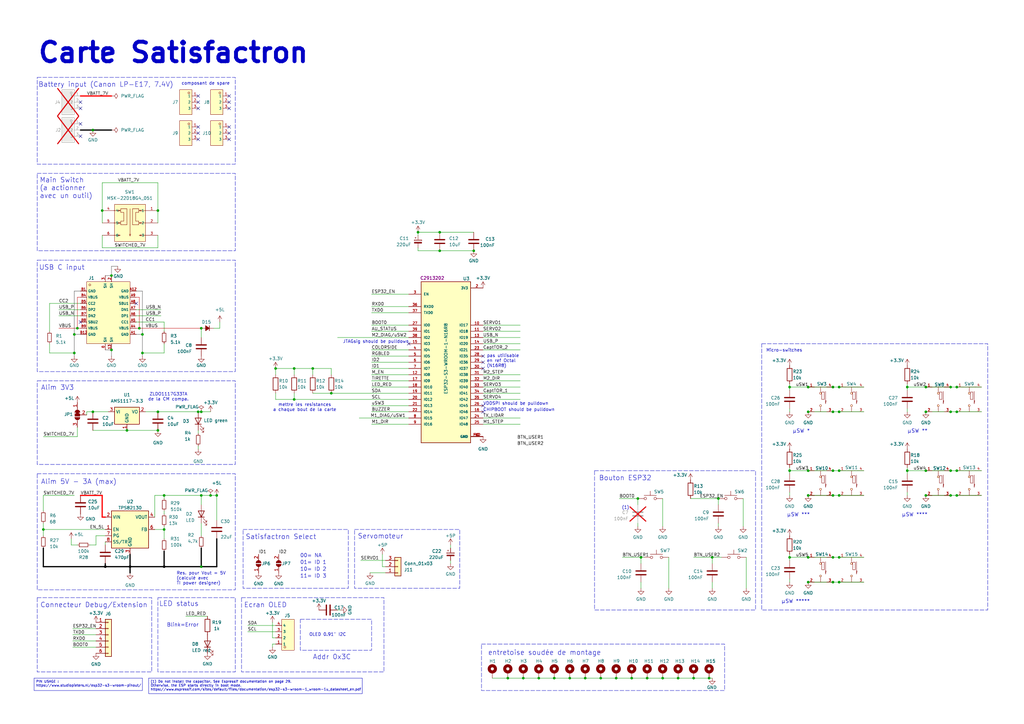
<source format=kicad_sch>
(kicad_sch (version 20250114) (generator "eeschema") (generator_version "9.0")
  (paper "A3")
  (title_block (title "Carte Satisfactron") (date "2025-06-26") (rev "1"))
  (rectangle (start 312.42 140.97) (end 405.13 250.19) (stroke (width 0) (type dash)))
  (rectangle (start 457.2 -58.42) (end 561.34 35.56) (stroke (width 0) (type dash)))
  (rectangle (start 389.382 -50.8) (end 426.212 -10.16) (stroke (width 0) (type dash)))
  (rectangle (start 123.19 254) (end 152.4 266.7) (stroke (width 0) (type dash)))
  (rectangle (start 243.84 193.04) (end 309.88 250.19) (stroke (width 0) (type dash)))
  (rectangle (start 145.415 217.17) (end 188.595 241.3) (stroke (width 0) (type dash)))
  (rectangle (start 15.24 245.11) (end 62.23 275.59) (stroke (width 0) (type dash)))
  (rectangle (start 64.77 245.11) (end 96.52 275.59) (stroke (width 0) (type dash)))
  (rectangle (start 441.96 62.23) (end 577.85 104.14) (stroke (width 0) (type dash)))
  (rectangle (start 197.485 264.16) (end 297.18 283.21) (stroke (width 0) (type dash)))
  (rectangle (start 15.24 31.75) (end 96.52 67.31) (stroke (width 0) (type dash)))
  (rectangle (start 99.06 245.11) (end 157.48 275.59) (stroke (width 0) (type dash)))
  (rectangle (start 15.24 194.31) (end 96.52 241.935) (stroke (width 0) (type dash)))
  (rectangle (start 15.24 71.12) (end 96.52 102.87) (stroke (width 0) (type dash)))
  (rectangle (start 99.695 217.17) (end 142.875 241.3) (stroke (width 0) (type dash)))
  (rectangle (start 15.24 106.68) (end 96.52 152.4) (stroke (width 0) (type dash)))
  (rectangle (start 15.24 156.21) (end 96.52 190.5) (stroke (width 0) (type dash)))
  (text "lecteur carte SD (C393941)" (at 392.43 -13.97 0) (effects (font (size 1.5 1.5)) (justify left bottom)))
  (text "µSW **" (at 380.492 177.8 0) (effects (font (size 1.5 1.5)) (justify right bottom)))
  (text "Servomoteur" (at 165.481 221.234 0) (effects (font (size 2 2)) (justify right bottom)))
  (text "µSW ****" (at 380.492 212.09 0) (effects (font (size 1.5 1.5)) (justify right bottom)))
  (text "CHIPBOOT should be pulldown" (at 212.852 168.148 0) (effects (font (size 1.27 1.27))))
  (text "Micro-switches" (at 314.198 144.526 0) (effects (font (size 1.27 1.27)) (justify left bottom)))
  (text "entretoise soudée de montage" (at 200.152 268.986 0) (effects (font (size 2 2)) (justify left bottom)))
  (text "LED status" (at 81.534 248.92 0) (effects (font (size 2 2)) (justify right bottom)))
  (text "ZLDO1117G33TA\nde la CM compa." (at 69.088 162.814 0) (effects (font (size 1.27 1.27))))
  (text "µSW *****" (at 332.232 247.65 0) (effects (font (size 1.5 1.5)) (justify right bottom)))
  (text "Blink=Error" (at 81.534 257.302 0) (effects (font (size 1.5 1.5)) (justify right bottom)))
  (text "(inséré, elle dépasse de 2,5mm)" (at 392.176 -11.684 0) (effects (font (size 1.5 1.5)) (justify left bottom)))
  (text "Carte Satisfactron" (at 14.986 26.416 0) (effects (font (size 8 8) (bold yes)) (justify left bottom)))
  (text "OLED 0.91\" I2C" (at 141.986 261.112 0) (effects (font (size 1.27 1.27)) (justify right bottom)))
  (text "Ecran OLED" (at 100.076 249.428 0) (effects (font (size 2 2)) (justify left bottom)))
  (text "SWir **\n" (at 499.872 102.87 0) (effects (font (size 1.5 1.5)) (justify right bottom)))
  (text "00= NA" (at 123.063 228.854 0) (effects (font (size 1.5 1.5)) (justify left bottom)))
  (text "Alim 3V3" (at 16.764 160.274 0) (effects (font (size 2 2)) (justify left bottom)))
  (text "SWir *" (at 480.822 102.87 0) (effects (font (size 1.5 1.5)) (justify right bottom)))
  (text "SWir *****" (at 567.182 102.87 0) (effects (font (size 1.5 1.5)) (justify right bottom)))
  (text "SWir ****" (at 535.432 102.87 0) (effects (font (size 1.5 1.5)) (justify right bottom)))
  (text "Led RGB" (at 471.424 -54.356 0) (effects (font (size 2 2)) (justify right bottom)))
  (text "pas utilisable\nen ref Octal\n(N16R8)" (at 199.644 148.082 0) (effects (font (size 1.27 1.27)) (justify left)))
  (text "µSW *" (at 332.232 177.8 0) (effects (font (size 1.5 1.5)) (justify right bottom)))
  (text "Connecteur Debug/Extension\n" (at 16.51 249.428 0) (effects (font (size 2 2)) (justify left bottom)))
  (text "Res. pour Vout = 5V \n(calculé avec \nTI power designer)" (at 72.39 240.03 0) (effects (font (size 1.27 1.27)) (justify left bottom)))
  (text "SWir ***" (at 516.382 102.87 0) (effects (font (size 1.5 1.5)) (justify right bottom)))
  (text "Addr 0x3C " (at 128.27 270.764 0) (effects (font (size 2 2)) (justify left bottom)))
  (text "mettre les resistances\na chaque bout de la carte" (at 124.968 167.132 0) (effects (font (size 1.27 1.27))))
  (text "Battery input (Canon LP-E17, 7.4V)\n" (at 43.434 34.798 0) (effects (font (size 2 2))))
  (text "11= ID 3" (at 123.063 237.236 0) (effects (font (size 1.5 1.5)) (justify left bottom)))
  (text "Alim 5V - 3A (max)" (at 16.764 198.882 0) (effects (font (size 2 2)) (justify left bottom)))
  (text "Main Switch\n(a actionner\navec un outil)" (at 16.256 77.216 0) (effects (font (size 2 2)) (justify left)))
  (text "JTAGsig should be pulldown" (at 154.178 140.208 0) (effects (font (size 1.27 1.27))))
  (text "10= ID 2" (at 123.063 234.442 0) (effects (font (size 1.5 1.5)) (justify left bottom)))
  (text "IR reflective sensors" (at 447.04 62.23 0) (effects (font (size 1.27 1.27)) (justify left bottom)))
  (text "µSW ***" (at 332.232 212.09 0) (effects (font (size 1.5 1.5)) (justify right bottom)))
  (text "(1)" (at 255.016 209.042 0) (effects (font (size 1.27 1.27)) (justify left bottom)))
  (text "USB C input" (at 16.002 110.998 0) (effects (font (size 2 2)) (justify left bottom)))
  (text "01= ID 1" (at 123.063 231.648 0) (effects (font (size 1.5 1.5)) (justify left bottom)))
  (text "composant de spare" (at 74.422 35.052 0) (effects (font (size 1.27 1.27)) (justify left bottom)))
  (text "10 led (2 par entré)" (at 458.216 -51.054 0) (effects (font (size 1.5 1.5)) (justify left bottom)))
  (text "Satisfactron Select" (at 100.711 221.488 0) (effects (font (size 2 2)) (justify left bottom)))
  (text "VDDSPI should be pulldown" (at 211.582 165.608 0) (effects (font (size 1.27 1.27))))
  (text "Bouton ESP32" (at 245.618 197.358 0) (effects (font (size 2 2)) (justify left bottom)))
  (text_box "(1) Do not install the capacitor. See Espressif documentation on page 29.\nOtherwise, the ESP starts directly in boot mode.\nhttps://www.espressif.com/sites/default/files/documentation/esp32-s3-wroom-1_wroom-1u_datasheet_en.pdf" (at 60.96 278.13 0) (size 87.63 6.35) (margins 0.75 0.75 0.75 0.75) (effects (font (size 1 1)) (justify left top)))
  (text_box "PIN USAGE : https://www.studiopieters.nl/esp32-s3-wroom-pinout/" (at 13.97 278.13 0) (size 44.45 5.08) (margins 0.75 0.75 0.75 0.75) (effects (font (size 1 1)) (justify left top)))
  (junction (at 389.89 193.04))
  (junction (at 331.47 168.91))
  (junction (at 180.34 95.25))
  (junction (at 372.11 193.04))
  (junction (at 372.11 158.75))
  (junction (at 341.63 238.76))
  (junction (at 128.27 151.13))
  (junction (at 135.89 161.29))
  (junction (at 45.72 113.03))
  (junction (at 341.63 203.2))
  (junction (at 45.72 143.51))
  (junction (at 120.65 151.13))
  (junction (at 379.73 168.91))
  (junction (at 88.9 203.2))
  (junction (at 344.17 228.6))
  (junction (at 38.1 53.34))
  (junction (at 67.31 203.2))
  (junction (at 113.03 151.13))
  (junction (at 284.48 278.13))
  (junction (at 52.07 176.53))
  (junction (at 344.17 193.04))
  (junction (at 323.85 228.6))
  (junction (at 323.85 158.75))
  (junction (at 86.36 203.2))
  (junction (at 252.73 278.13))
  (junction (at 214.63 278.13))
  (junction (at 265.43 278.13))
  (junction (at 271.78 278.13))
  (junction (at 262.89 228.6))
  (junction (at 227.33 278.13))
  (junction (at 331.47 228.6))
  (junction (at 341.63 228.6))
  (junction (at 120.65 163.83))
  (junction (at 17.78 217.17))
  (junction (at 220.98 278.13))
  (junction (at 331.47 193.04))
  (junction (at 344.17 158.75))
  (junction (at 31.75 134.62))
  (junction (at 58.42 144.78))
  (junction (at 379.73 158.75))
  (junction (at 331.47 158.75))
  (junction (at 240.03 278.13))
  (junction (at 392.43 193.04))
  (junction (at 81.28 168.91))
  (junction (at 58.42 137.16))
  (junction (at 82.55 168.91))
  (junction (at 233.68 278.13))
  (junction (at 82.55 134.62))
  (junction (at 30.48 137.16))
  (junction (at 57.15 134.62))
  (junction (at 379.73 203.2))
  (junction (at 278.13 278.13))
  (junction (at 67.31 217.17))
  (junction (at 331.47 238.76))
  (junction (at 67.31 232.41) (color 0 0 0 1))
  (junction (at 64.77 86.36))
  (junction (at 64.77 168.91))
  (junction (at 259.08 278.13))
  (junction (at 344.17 238.76))
  (junction (at 82.55 232.41))
  (junction (at 344.17 203.2))
  (junction (at 294.64 204.47))
  (junction (at 392.43 168.91))
  (junction (at 30.48 144.78))
  (junction (at 43.18 232.41) (color 0 0 0 1))
  (junction (at 53.34 232.41) (color 0 0 0 1))
  (junction (at 180.34 102.87))
  (junction (at 341.63 158.75))
  (junction (at 379.73 193.04))
  (junction (at 341.63 193.04))
  (junction (at 64.77 176.53))
  (junction (at 290.83 278.13))
  (junction (at 389.89 203.2))
  (junction (at 246.38 278.13))
  (junction (at 323.85 193.04))
  (junction (at 194.31 102.87))
  (junction (at 41.91 86.36))
  (junction (at 331.47 203.2))
  (junction (at 208.28 278.13))
  (junction (at 171.45 95.25))
  (junction (at 392.43 203.2))
  (junction (at 292.1 228.6))
  (junction (at 392.43 158.75))
  (junction (at 82.55 203.2))
  (junction (at 344.17 168.91))
  (junction (at 389.89 158.75))
  (junction (at 341.63 168.91))
  (junction (at 261.62 204.47))
  (junction (at 38.1 168.91))
  (junction (at 389.89 168.91))
  (no_connect (at 198.12 146.05))
  (no_connect (at 33.02 55.88))
  (no_connect (at 93.98 44.45))
  (no_connect (at 198.12 166.37))
  (no_connect (at 81.28 44.45))
  (no_connect (at 167.64 140.97))
  (no_connect (at 81.28 41.91))
  (no_connect (at 33.02 44.45))
  (no_connect (at 93.98 39.37))
  (no_connect (at 81.28 39.37))
  (no_connect (at 93.98 52.07))
  (no_connect (at 93.98 54.61))
  (no_connect (at 55.88 124.46))
  (no_connect (at 93.98 41.91))
  (no_connect (at 33.02 50.8))
  (no_connect (at 198.12 168.91))
  (no_connect (at 198.12 151.13))
  (no_connect (at 198.12 148.59))
  (no_connect (at 33.02 132.08))
  (no_connect (at 33.02 41.91))
  (no_connect (at 81.28 54.61))
  (no_connect (at 81.28 52.07))
  (no_connect (at 81.28 57.15))
  (no_connect (at 93.98 57.15))
  (wire (pts (xy 344.17 238.76) (xy 354.33 238.76)))
  (wire (pts (xy 67.31 140.97) (xy 67.31 144.78)))
  (wire (pts (xy 344.17 238.76) (xy 341.63 238.76)))
  (wire (pts (xy 389.89 158.75) (xy 379.73 158.75)))
  (wire (pts (xy 292.1 241.3) (xy 292.1 238.76)))
  (wire (pts (xy 41.91 86.36) (xy 41.91 91.44)))
  (wire (pts (xy 379.73 193.04) (xy 389.89 193.04)))
  (wire (pts (xy 53.34 232.41) (xy 67.31 232.41)) (stroke (width 0.5) (color 0 0 0 1)))
  (wire (pts (xy 344.17 158.75) (xy 354.33 158.75)))
  (wire (pts (xy 323.85 193.04) (xy 331.47 193.04)))
  (wire (pts (xy 261.62 215.9) (xy 261.62 214.63)))
  (wire (pts (xy 113.03 163.83) (xy 120.65 163.83)))
  (wire (pts (xy 55.88 127) (xy 66.04 127)))
  (wire (pts (xy 38.1 168.91) (xy 44.45 168.91)))
  (wire (pts (xy 152.4 143.51) (xy 167.64 143.51)))
  (wire (pts (xy 17.78 232.41) (xy 43.18 232.41)) (stroke (width 0.5) (color 0 0 0 1)))
  (wire (pts (xy 344.17 228.6) (xy 354.33 228.6)))
  (wire (pts (xy 43.18 143.51) (xy 45.72 143.51)) (stroke (width 0) (color 72 72 72 1)))
  (wire (pts (xy 147.955 229.87) (xy 158.115 229.87)))
  (wire (pts (xy 67.31 203.2) (xy 67.31 204.47)))
  (wire (pts (xy 17.78 179.07) (xy 31.75 179.07)))
  (wire (pts (xy 58.42 137.16) (xy 55.88 137.16)) (stroke (width 0) (color 72 72 72 1)))
  (wire (pts (xy 331.47 238.76) (xy 341.63 238.76)))
  (wire (pts (xy 57.15 134.62) (xy 82.55 134.62)) (stroke (width 0) (color 194 0 0 1)))
  (wire (pts (xy 30.48 137.16) (xy 33.02 137.16)) (stroke (width 0) (color 72 72 72 1)))
  (wire (pts (xy 41.91 86.36) (xy 41.91 74.93)))
  (wire (pts (xy 274.32 228.6) (xy 274.32 241.3)))
  (wire (pts (xy 323.85 238.76) (xy 323.85 237.49)))
  (wire (pts (xy 43.18 113.03) (xy 45.72 113.03)) (stroke (width 0) (color 72 72 72 1)))
  (wire (pts (xy 30.48 137.16) (xy 30.48 144.78)) (stroke (width 0) (color 72 72 72 1)))
  (wire (pts (xy 128.27 161.29) (xy 135.89 161.29)))
  (wire (pts (xy 41.91 74.93) (xy 64.77 74.93)))
  (wire (pts (xy 120.65 163.83) (xy 167.64 163.83)))
  (wire (pts (xy 33.02 53.34) (xy 38.1 53.34)) (stroke (width 0.5) (color 0 0 0 1)))
  (wire (pts (xy 43.18 232.41) (xy 53.34 232.41)) (stroke (width 0.5) (color 0 0 0 1)))
  (wire (pts (xy 198.12 153.67) (xy 213.36 153.67)))
  (wire (pts (xy 58.42 144.78) (xy 58.42 146.05)) (stroke (width 0) (color 72 72 72 1)))
  (wire (pts (xy 55.88 132.08) (xy 67.31 132.08)))
  (wire (pts (xy 113.03 264.16) (xy 111.76 264.16)))
  (wire (pts (xy 67.31 132.08) (xy 67.31 135.89)))
  (wire (pts (xy 198.12 163.83) (xy 213.36 163.83)))
  (wire (pts (xy 252.73 278.13) (xy 246.38 278.13)))
  (wire (pts (xy 323.85 203.2) (xy 323.85 201.93)))
  (wire (pts (xy 101.6 256.54) (xy 113.03 256.54)))
  (wire (pts (xy 41.91 101.6) (xy 64.77 101.6)))
  (wire (pts (xy 271.78 278.13) (xy 265.43 278.13)))
  (wire (pts (xy 284.48 278.13) (xy 278.13 278.13)))
  (wire (pts (xy 58.42 137.16) (xy 58.42 144.78)) (stroke (width 0) (color 72 72 72 1)))
  (wire (pts (xy 331.47 158.75) (xy 341.63 158.75)))
  (wire (pts (xy 58.42 119.38) (xy 58.42 137.16)) (stroke (width 0) (color 72 72 72 1)))
  (wire (pts (xy 63.5 217.17) (xy 67.31 217.17)))
  (wire (pts (xy 67.31 144.78) (xy 58.42 144.78)))
  (wire (pts (xy 20.32 124.46) (xy 33.02 124.46)))
  (wire (pts (xy 29.21 223.52) (xy 29.21 220.98)))
  (wire (pts (xy 233.68 278.13) (xy 227.33 278.13)))
  (wire (pts (xy 462.28 -34.29) (xy 462.28 -25.4)))
  (wire (pts (xy 304.8 204.47) (xy 304.8 215.9)))
  (wire (pts (xy 198.12 133.35) (xy 213.36 133.35)))
  (wire (pts (xy 53.34 227.33) (xy 53.34 232.41)) (stroke (width 0.5) (color 0 0 0 1)))
  (wire (pts (xy 171.45 95.25) (xy 180.34 95.25)))
  (wire (pts (xy 198.12 135.89) (xy 213.36 135.89)))
  (wire (pts (xy 81.28 184.15) (xy 81.28 182.88)))
  (wire (pts (xy 64.77 176.53) (xy 52.07 176.53)))
  (wire (pts (xy 184.785 231.14) (xy 184.785 229.87)))
  (wire (pts (xy 323.85 157.48) (xy 323.85 158.75)))
  (wire (pts (xy 81.28 176.53) (xy 81.28 177.8)))
  (wire (pts (xy 31.75 179.07) (xy 31.75 175.26)))
  (wire (pts (xy 180.34 102.87) (xy 194.31 102.87)))
  (wire (pts (xy 208.28 278.13) (xy 214.63 278.13)))
  (wire (pts (xy 67.31 217.17) (xy 67.31 220.98)))
  (wire (pts (xy 113.03 261.62) (xy 111.76 261.62)))
  (wire (pts (xy 30.48 144.78) (xy 30.48 146.05)) (stroke (width 0) (color 72 72 72 1)))
  (wire (pts (xy 254 204.47) (xy 261.62 204.47)))
  (wire (pts (xy 283.21 204.47) (xy 294.64 204.47)))
  (wire (pts (xy 344.17 193.04) (xy 354.33 193.04)))
  (wire (pts (xy 402.59 158.75) (xy 392.43 158.75)))
  (wire (pts (xy 389.89 203.2) (xy 392.43 203.2)))
  (wire (pts (xy 372.11 160.02) (xy 372.11 158.75)))
  (wire (pts (xy 138.43 138.43) (xy 167.64 138.43)))
  (wire (pts (xy 402.59 168.91) (xy 392.43 168.91)))
  (wire (pts (xy 198.12 140.97) (xy 213.36 140.97)))
  (wire (pts (xy 284.48 228.6) (xy 292.1 228.6)))
  (wire (pts (xy 344.17 168.91) (xy 354.33 168.91)))
  (wire (pts (xy 201.93 278.13) (xy 208.28 278.13)))
  (wire (pts (xy 139.7 250.19) (xy 138.43 250.19)))
  (wire (pts (xy 17.78 209.55) (xy 17.78 203.2)))
  (wire (pts (xy 271.78 204.47) (xy 271.78 215.9)))
  (wire (pts (xy 39.37 262.89) (xy 29.845 262.89)))
  (wire (pts (xy 389.89 168.91) (xy 379.73 168.91)))
  (wire (pts (xy 113.03 151.13) (xy 113.03 153.67)))
  (wire (pts (xy 344.17 203.2) (xy 341.63 203.2)))
  (wire (pts (xy 120.65 151.13) (xy 120.65 153.67)))
  (wire (pts (xy 88.9 220.98) (xy 88.9 232.41)) (stroke (width 0.5) (color 0 0 0 1)))
  (wire (pts (xy 38.1 53.34) (xy 45.72 53.34)) (stroke (width 0.5) (color 0 0 0 1)))
  (wire (pts (xy 135.89 161.29) (xy 167.64 161.29)))
  (wire (pts (xy 292.1 228.6) (xy 295.91 228.6)))
  (wire (pts (xy 152.4 166.37) (xy 167.64 166.37)))
  (wire (pts (xy 87.63 134.62) (xy 90.17 134.62)))
  (wire (pts (xy 198.12 138.43) (xy 213.36 138.43)))
  (wire (pts (xy 331.47 203.2) (xy 341.63 203.2)))
  (wire (pts (xy 20.32 140.97) (xy 20.32 144.78)))
  (wire (pts (xy 372.11 191.77) (xy 372.11 193.04)))
  (wire (pts (xy 152.4 168.91) (xy 167.64 168.91)))
  (wire (pts (xy 41.91 203.2) (xy 41.91 212.09)) (stroke (width 0.5) (color 255 0 0 1)))
  (wire (pts (xy 33.02 121.92) (xy 31.75 121.92)) (stroke (width 0) (color 194 0 0 1)))
  (wire (pts (xy 198.12 143.51) (xy 213.36 143.51)))
  (wire (pts (xy 344.17 228.6) (xy 341.63 228.6)))
  (wire (pts (xy 41.91 96.52) (xy 41.91 101.6)))
  (wire (pts (xy 82.55 232.41) (xy 88.9 232.41)) (stroke (width 0.5) (color 0 0 0 1)))
  (wire (pts (xy 128.27 151.13) (xy 128.27 153.67)))
  (wire (pts (xy 198.12 173.99) (xy 213.36 173.99)))
  (wire (pts (xy 33.02 119.38) (xy 30.48 119.38)) (stroke (width 0) (color 72 72 72 1)))
  (wire (pts (xy 323.85 168.91) (xy 323.85 167.64)))
  (wire (pts (xy 152.4 146.05) (xy 167.64 146.05)))
  (wire (pts (xy 246.38 278.13) (xy 240.03 278.13)))
  (wire (pts (xy 184.785 223.52) (xy 184.785 224.79)))
  (wire (pts (xy 198.12 156.21) (xy 213.36 156.21)))
  (wire (pts (xy 86.36 203.2) (xy 88.9 203.2)))
  (wire (pts (xy 31.75 121.92) (xy 31.75 134.62)) (stroke (width 0) (color 194 0 0 1)))
  (wire (pts (xy 67.31 203.2) (xy 82.55 203.2)))
  (wire (pts (xy 39.37 265.43) (xy 29.845 265.43)))
  (wire (pts (xy 55.88 134.62) (xy 57.15 134.62)) (stroke (width 0) (color 194 0 0 1)))
  (wire (pts (xy 43.18 222.25) (xy 43.18 223.52)))
  (wire (pts (xy 17.78 214.63) (xy 17.78 217.17)))
  (wire (pts (xy 55.88 119.38) (xy 58.42 119.38)) (stroke (width 0) (color 72 72 72 1)))
  (wire (pts (xy 17.78 217.17) (xy 17.78 219.71)))
  (wire (pts (xy 20.32 144.78) (xy 30.48 144.78)))
  (wire (pts (xy 152.4 148.59) (xy 167.64 148.59)))
  (wire (pts (xy 171.45 96.52) (xy 171.45 95.25)))
  (wire (pts (xy 262.89 241.3) (xy 262.89 238.76)))
  (wire (pts (xy 120.65 151.13) (xy 128.27 151.13)))
  (wire (pts (xy 24.13 129.54) (xy 33.02 129.54)))
  (wire (pts (xy 53.34 232.41) (xy 53.34 234.95)) (stroke (width 0.5) (color 0 0 0 1)))
  (wire (pts (xy 128.27 151.13) (xy 135.89 151.13)))
  (wire (pts (xy 152.4 153.67) (xy 167.64 153.67)))
  (wire (pts (xy 151.765 234.95) (xy 158.115 234.95)))
  (wire (pts (xy 39.37 260.35) (xy 29.845 260.35)))
  (wire (pts (xy 64.77 74.93) (xy 64.77 86.36)))
  (wire (pts (xy 111.76 255.27) (xy 111.76 261.62)))
  (wire (pts (xy 198.12 171.45) (xy 213.36 171.45)))
  (wire (pts (xy 64.77 101.6) (xy 64.77 96.52)))
  (wire (pts (xy 294.64 207.01) (xy 294.64 204.47)))
  (wire (pts (xy 113.03 151.13) (xy 120.65 151.13)))
  (wire (pts (xy 372.11 194.31) (xy 372.11 193.04)))
  (wire (pts (xy 379.73 203.2) (xy 389.89 203.2)))
  (wire (pts (xy 152.4 120.65) (xy 167.64 120.65)))
  (wire (pts (xy 389.89 193.04) (xy 392.43 193.04)))
  (wire (pts (xy 372.11 158.75) (xy 379.73 158.75)))
  (wire (pts (xy 35.56 168.91) (xy 38.1 168.91)))
  (wire (pts (xy 372.11 193.04) (xy 379.73 193.04)))
  (wire (pts (xy 331.47 228.6) (xy 341.63 228.6)))
  (wire (pts (xy 278.13 278.13) (xy 271.78 278.13)))
  (wire (pts (xy 294.64 215.9) (xy 294.64 214.63)))
  (wire (pts (xy 43.18 231.14) (xy 43.18 232.41)) (stroke (width 0.5) (color 0 0 0 1)))
  (wire (pts (xy 31.75 134.62) (xy 33.02 134.62)) (stroke (width 0) (color 194 0 0 1)))
  (wire (pts (xy 38.1 176.53) (xy 52.07 176.53)))
  (wire (pts (xy 59.69 168.91) (xy 64.77 168.91)))
  (wire (pts (xy 344.17 168.91) (xy 341.63 168.91)))
  (wire (pts (xy 152.4 158.75) (xy 167.64 158.75)))
  (wire (pts (xy 372.11 157.48) (xy 372.11 158.75)))
  (wire (pts (xy 43.18 212.09) (xy 41.91 212.09)) (stroke (width 0.5) (color 255 0 0 1)))
  (wire (pts (xy 198.12 158.75) (xy 213.36 158.75)))
  (wire (pts (xy 152.4 128.27) (xy 167.64 128.27)))
  (wire (pts (xy 331.47 193.04) (xy 341.63 193.04)))
  (wire (pts (xy 17.78 224.79) (xy 17.78 232.41)) (stroke (width 0.5) (color 0 0 0 1)))
  (wire (pts (xy 240.03 278.13) (xy 233.68 278.13)))
  (wire (pts (xy 344.17 158.75) (xy 341.63 158.75)))
  (wire (pts (xy 158.115 232.41) (xy 156.845 232.41)))
  (wire (pts (xy 64.77 168.91) (xy 81.28 168.91)))
  (wire (pts (xy 227.33 278.13) (xy 220.98 278.13)))
  (wire (pts (xy 198.12 161.29) (xy 213.36 161.29)))
  (wire (pts (xy 113.03 163.83) (xy 113.03 161.29)))
  (wire (pts (xy 292.1 278.13) (xy 290.83 278.13)))
  (wire (pts (xy 152.4 133.35) (xy 167.64 133.35)))
  (wire (pts (xy 17.78 217.17) (xy 43.18 217.17)))
  (wire (pts (xy 24.13 127) (xy 33.02 127)))
  (wire (pts (xy 45.72 143.51) (xy 45.72 146.05)) (stroke (width 0) (color 72 72 72 1)))
  (wire (pts (xy 82.55 203.2) (xy 82.55 207.01)))
  (wire (pts (xy 24.13 134.62) (xy 31.75 134.62)) (stroke (width 0) (color 194 0 0 1)))
  (wire (pts (xy 180.34 95.25) (xy 194.31 95.25)))
  (wire (pts (xy 29.21 223.52) (xy 31.75 223.52)))
  (wire (pts (xy 64.77 86.36) (xy 64.77 91.44)))
  (wire (pts (xy 82.55 214.63) (xy 82.55 219.71)))
  (wire (pts (xy 214.63 278.13) (xy 220.98 278.13)))
  (wire (pts (xy 76.2 252.73) (xy 85.09 252.73)))
  (wire (pts (xy 323.85 160.02) (xy 323.85 158.75)))
  (wire (pts (xy 152.4 173.99) (xy 167.64 173.99)))
  (wire (pts (xy 392.43 203.2) (xy 402.59 203.2)))
  (wire (pts (xy 471.17 -44.45) (xy 462.28 -44.45)))
  (wire (pts (xy 101.6 259.08) (xy 113.03 259.08)))
  (wire (pts (xy 35.56 168.91) (xy 35.56 170.18)))
  (wire (pts (xy 82.55 168.91) (xy 86.36 168.91)))
  (wire (pts (xy 323.85 194.31) (xy 323.85 193.04)))
  (wire (pts (xy 255.27 228.6) (xy 262.89 228.6)))
  (wire (pts (xy 341.63 193.04) (xy 344.17 193.04)))
  (wire (pts (xy 372.11 203.2) (xy 372.11 201.93)))
  (wire (pts (xy 67.31 209.55) (xy 67.31 210.82)))
  (wire (pts (xy 462.28 -44.45) (xy 462.28 -39.37)))
  (wire (pts (xy 171.45 102.87) (xy 180.34 102.87)))
  (wire (pts (xy 57.15 121.92) (xy 57.15 134.62)) (stroke (width 0) (color 194 0 0 1)))
  (wire (pts (xy 262.89 228.6) (xy 264.16 228.6)))
  (wire (pts (xy 290.83 278.13) (xy 284.48 278.13)))
  (wire (pts (xy 63.5 203.2) (xy 67.31 203.2)))
  (wire (pts (xy 63.5 212.09) (xy 63.5 203.2)))
  (wire (pts (xy 259.08 278.13) (xy 252.73 278.13)))
  (wire (pts (xy 67.31 232.41) (xy 82.55 232.41)) (stroke (width 0.5) (color 0 0 0 1)))
  (wire (pts (xy 33.02 39.37) (xy 45.72 39.37)) (stroke (width 0.5) (color 255 0 0 1)))
  (wire (pts (xy 82.55 134.62) (xy 82.55 138.43)))
  (wire (pts (xy 152.4 151.13) (xy 167.64 151.13)))
  (wire (pts (xy 156.845 227.33) (xy 156.845 232.41)))
  (wire (pts (xy 262.89 231.14) (xy 262.89 228.6)))
  (wire (pts (xy 39.37 219.71) (xy 39.37 223.52)))
  (wire (pts (xy 392.43 193.04) (xy 402.59 193.04)))
  (wire (pts (xy 82.55 203.2) (xy 86.36 203.2)))
  (wire (pts (xy 111.76 264.16) (xy 111.76 265.43)))
  (wire (pts (xy 135.89 151.13) (xy 135.89 153.67)))
  (wire (pts (xy 372.11 168.91) (xy 372.11 167.64)))
  (wire (pts (xy 306.07 228.6) (xy 306.07 241.3)))
  (wire (pts (xy 17.78 203.2) (xy 30.48 203.2)))
  (wire (pts (xy 45.72 109.22) (xy 45.72 113.03)) (stroke (width 0) (color 72 72 72 1)))
  (wire (pts (xy 82.55 224.79) (xy 82.55 232.41)) (stroke (width 0.5) (color 0 0 0 1)))
  (wire (pts (xy 39.37 257.81) (xy 29.845 257.81)))
  (wire (pts (xy 39.37 223.52) (xy 36.83 223.52)))
  (wire (pts (xy 323.85 191.77) (xy 323.85 193.04)))
  (wire (pts (xy 67.31 215.9) (xy 67.31 217.17)))
  (wire (pts (xy 20.32 124.46) (xy 20.32 135.89)))
  (wire (pts (xy 323.85 227.33) (xy 323.85 228.6)))
  (wire (pts (xy 152.4 125.73) (xy 167.64 125.73)))
  (wire (pts (xy 292.1 231.14) (xy 292.1 228.6)))
  (wire (pts (xy 331.47 168.91) (xy 341.63 168.91)))
  (wire (pts (xy 265.43 278.13) (xy 259.08 278.13)))
  (wire (pts (xy 323.85 228.6) (xy 331.47 228.6)))
  (wire (pts (xy 48.26 109.22) (xy 45.72 109.22)) (stroke (width 0) (color 72 72 72 1)))
  (wire (pts (xy 261.62 207.01) (xy 261.62 204.47)))
  (wire (pts (xy 147.32 171.45) (xy 167.64 171.45)))
  (wire (pts (xy 392.43 158.75) (xy 389.89 158.75)))
  (wire (pts (xy 152.4 135.89) (xy 167.64 135.89)))
  (wire (pts (xy 39.37 219.71) (xy 43.18 219.71)))
  (wire (pts (xy 88.9 203.2) (xy 88.9 213.36)))
  (wire (pts (xy 67.31 226.06) (xy 67.31 232.41)) (stroke (width 0.5) (color 0 0 0 1)))
  (wire (pts (xy 323.85 158.75) (xy 331.47 158.75)))
  (wire (pts (xy 323.85 229.87) (xy 323.85 228.6)))
  (wire (pts (xy 392.43 168.91) (xy 389.89 168.91)))
  (wire (pts (xy 30.48 119.38) (xy 30.48 137.16)) (stroke (width 0) (color 72 72 72 1)))
  (wire (pts (xy 55.88 129.54) (xy 66.04 129.54)))
  (wire (pts (xy 171.45 101.6) (xy 171.45 102.87)))
  (wire (pts (xy 152.4 156.21) (xy 167.64 156.21)))
  (wire (pts (xy 120.65 161.29) (xy 120.65 163.83)))
  (wire (pts (xy 344.17 203.2) (xy 354.33 203.2)))
  (wire (pts (xy 55.88 121.92) (xy 57.15 121.92)) (stroke (width 0) (color 194 0 0 1)))
  (wire (pts (xy 41.91 203.2) (xy 33.02 203.2)) (stroke (width 0.5) (color 255 0 0 1)))
  (wire (pts (xy 82.55 168.91) (xy 81.28 168.91)))
  (wire (pts (xy 90.17 134.62) (xy 90.17 132.08)))
  (label "TXD0" (at 29.845 260.35 0))
  (label "SCL" (at 101.6 259.08 0))
  (label "VBATT_7V" (at 57.15 74.93 180))
  (label "CC1" (at 59.69 132.08 0))
  (label "BOOT0" (at 254 204.47 0))
  (label "M2_STEP" (at 198.12 153.67 0))
  (label "USB_P" (at 198.12 140.97 0))
  (label "uSW5" (at 326.39 228.6 0))
  (label "RXD0" (at 29.845 262.89 0))
  (label "SERVO1" (at 198.12 133.35 0))
  (label "CaptTOR_1" (at 198.12 161.29 0))
  (label "VBATT_7V" (at 41.91 203.2 180))
  (label "RGBLED" (at 471.17 -44.45 180))
  (label "BTN_USER1" (at 212.09 180.34 0))
  (label "SWITCHED_7V" (at 30.48 203.2 180))
  (label "uSW2" (at 374.65 158.75 0))
  (label "ID1" (at 152.4 151.13 0))
  (label "USB_P" (at 24.13 127 0))
  (label "ID1" (at 106.045 227.33 0))
  (label "VBUS" (at 64.77 134.62 180))
  (label "ESP32_EN" (at 287.02 204.47 0))
  (label "BTN_USER2" (at 284.48 228.6 0))
  (label "USB_N" (at 66.04 127 180))
  (label "BTN_USER1" (at 255.27 228.6 0))
  (label "M1_DIAG{slash}uSW1" (at 166.37 171.45 180))
  (label "BTN_USER2" (at 212.09 182.88 0))
  (label "SERVO3" (at 198.12 158.75 0))
  (label "VBATT_7V" (at 44.45 39.37 180))
  (label "TIRETTE" (at 152.4 156.21 0))
  (label "SWITCHED_7V" (at 17.78 179.07 0))
  (label "uSW1" (at 326.39 158.75 0))
  (label "M1_STEP" (at 198.12 173.99 0))
  (label "M2_DIR" (at 198.12 156.21 0))
  (label "CaptTOR_2" (at 198.12 143.51 0))
  (label "SWITCHED_7V" (at 59.69 101.6 180))
  (label "ESP32_EN" (at 152.4 120.65 0))
  (label "CC2" (at 24.13 124.46 0))
  (label "LED_RED" (at 152.4 158.75 0))
  (label "SDA" (at 152.4 161.29 0))
  (label "USB_P" (at 66.04 129.54 180))
  (label "SCL" (at 152.4 163.83 0))
  (label "uSW3" (at 152.4 166.37 0))
  (label "uSW3" (at 326.39 193.04 0))
  (label "ESP32_EN" (at 29.845 257.81 0))
  (label "M_EN" (at 152.4 153.67 0))
  (label "SERVO4" (at 198.12 163.83 0))
  (label "RXD0" (at 152.4 125.73 0))
  (label "USB_N" (at 24.13 129.54 0))
  (label "SERVO2" (at 198.12 135.89 0))
  (label "SERVO1" (at 147.955 229.87 0))
  (label "LED_RED" (at 76.2 252.73 0))
  (label "TX_LIDAR" (at 198.12 171.45 0))
  (label "SDA" (at 101.6 256.54 0))
  (label "M2_DIAG{slash}uSW2" (at 152.4 138.43 0))
  (label "BOOT0" (at 152.4 133.35 0))
  (label "AU_STATUS" (at 152.4 135.89 0))
  (label "EN_5L" (at 36.83 217.17 0))
  (label "COLORSIDE" (at 152.4 143.51 0))
  (label "uSW4" (at 374.65 193.04 0))
  (label "BUZZER" (at 152.4 168.91 0))
  (label "ID2" (at 114.3 227.33 0))
  (label "BOOT0" (at 29.845 265.43 0))
  (label "ID2" (at 152.4 148.59 0))
  (label "M1_DIR" (at 152.4 173.99 0))
  (label "TXD0" (at 152.4 128.27 0))
  (label "USB_N" (at 198.12 138.43 0))
  (label "VBUS" (at 24.13 134.62 0))
  (label "RGBLED" (at 152.4 146.05 0))
  (symbol (lib_id "power:GND") (at 198.12 179.07 0) (unit 1)
    (property "Reference" "#PWR32" (effects (hide yes)))
    (property "Value" "GND" (at 198.12 184.15 0))
  )
  (symbol (lib_id "power:GND") (at 58.42 146.05 0) (unit 1)
    (property "Reference" "#PWR02" (effects (hide yes)))
    (property "Value" "GND" (at 58.42 149.86 0))
  )
  (symbol (lib_id "Device:R_Small") (at 81.28 180.34 180) (unit 1)
    (property "Reference" "R4" (at 75.692 177.546 0) (effects (justify right)))
    (property "Value" "1k" (at 75.692 180.086 0) (effects (justify right)))
    (property "Footprint" "Resistor_SMD:R_0603_1608Metric" (effects (hide yes)))
    (property "LCSC" "C21190" (effects (hide yes)))
  )
  (symbol (lib_id "power:GND") (at 292.1 278.13 0) (unit 1)
    (property "Reference" "#PWR38" (effects (hide yes)))
    (property "Value" "GND" (at 294.005 281.94 0) (effects (justify right)))
  )
  (symbol (lib_id "Device:C") (at 261.62 210.82 0) (mirror y) (unit 1) (in_bom no) (dnp yes)
    (property "Reference" "C7" (at 257.81 210.185 0) (effects (justify left)))
    (property "Value" "100nF" (at 257.81 212.725 0) (effects (justify left)))
    (property "Footprint" "Capacitor_SMD:C_0603_1608Metric_Pad1.08x0.95mm_HandSolder" (effects (hide yes)))
    (property "LCSC" "C14663" (effects (hide yes)))
  )
  (symbol (lib_id "LED_Driver_KSL:WS2811C") (at 510.54 -22.86 0) (unit 1)
    (property "Reference" "U10" (at 510.54 -35.56 0))
    (property "Value" "WS2811C" (at 510.54 -33.02 0))
    (property "Footprint" "LED_Driver_KSL:SOP-8_L4.9-W3.9-P1.27-LS6.0-BL" (effects (hide yes)))
    (property "Datasheet" "https://jlcpcb.com/api/file/downloadByFileSystemAccessId/8588946237735784448" (effects (hide yes)))
    (property "Description" "Neopixel 20V 3 32mA 5V~24V SOP-8 LED Drivers RGB ROHS" (effects (hide yes)))
    (property "LCSC" "C2920043" (effects (hide yes)))
  )
  (symbol (lib_id "Device:C") (at 194.31 99.06 0) (mirror y) (unit 1)
    (property "Reference" "C13" (at 202.946 98.044 0) (effects (justify left)))
    (property "Value" "100nF" (at 202.946 100.584 0) (effects (justify left)))
    (property "Footprint" "Capacitor_SMD:C_0603_1608Metric_Pad1.08x0.95mm_HandSolder" (effects (hide yes)))
    (property "LCSC" "C14663" (effects (hide yes)))
  )
  (symbol (lib_id "Sensor_KSL:TSSP77038TR") (at 528.32 86.36 90) (unit 1)
    (property "Reference" "U7" (at 527.05 73.66 90))
    (property "Value" "TSSP77038TR" (at 527.05 76.2 90))
    (property "Footprint" "Sensor_KSL:SENSOR-SMD_TSOP75238TR" (effects (hide yes)))
    (property "Datasheet" "https://item.szlcsc.com/526093.html" (effects (hide yes)))
    (property "Description" "Vertical IR presence / proximity sensor SMD 2.5V - 5.5V 10cm - 2m" (effects (hide yes)))
    (property "LCSC" "C499566" (effects (hide yes)))
  )
  (symbol (lib_name "SPVN310101_1") (lib_id "Switch_KSL:SPVN310101") (at 336.55 198.12 0) (unit 1)
    (property "Reference" "SW10" (at 337.058 192.024 0))
    (property "Value" "SPVN310101" (effects (hide yes)))
    (property "Footprint" "Switch_KSL:SW-SMD_SPVN310101" (effects (hide yes)))
    (property "Datasheet" "https://item.szlcsc.com/249473.html" (effects (hide yes)))
    (property "Description" "SPST 5V 1mA 0.35N small limit switch right lever" (effects (hide yes)))
    (property "LCSC" "C255568" (effects (hide yes)))
  )
  (symbol (lib_id "Device:C") (at 323.85 198.12 0) (mirror y) (unit 1)
    (property "Reference" "C28" (at 320.04 197.485 0) (effects (justify left)))
    (property "Value" "100nF" (at 320.04 200.025 0) (effects (justify left)))
    (property "Footprint" "Capacitor_SMD:C_0603_1608Metric_Pad1.08x0.95mm_HandSolder" (effects (hide yes)))
    (property "LCSC" "C14663" (effects (hide yes)))
  )
  (symbol (lib_id "Device:R") (at 372.11 187.96 180) (unit 1)
    (property "Reference" "R18" (at 373.38 186.69 0) (effects (justify right)))
    (property "Value" "10k" (at 373.38 189.23 0) (effects (justify right)))
    (property "Footprint" "Resistor_SMD:R_0603_1608Metric_Pad0.98x0.95mm_HandSolder" (effects (hide yes)))
    (property "LCSC" "C25804" (effects (hide yes)))
  )
  (symbol (lib_id "Device:R") (at 135.89 157.48 180) (unit 1)
    (property "Reference" "R14" (at 137.16 156.21 0) (effects (justify right)))
    (property "Value" "10k" (at 137.16 158.75 0) (effects (justify right)))
    (property "Footprint" "Resistor_SMD:R_0603_1608Metric_Pad0.98x0.95mm_HandSolder" (effects (hide yes)))
    (property "LCSC" "C25804" (effects (hide yes)))
  )
  (symbol (lib_id "power:+3.3V") (at 323.85 184.15 0) (unit 1)
    (property "Reference" "#PWR96" (effects (hide yes)))
    (property "Value" "+3.3V" (at 319.532 182.118 0))
  )
  (symbol (lib_id "LED_Driver_KSL:WS2811C") (at 481.33 -22.86 0) (unit 1)
    (property "Reference" "U9" (at 481.33 -35.56 0))
    (property "Value" "WS2811C" (at 481.33 -33.02 0))
    (property "Footprint" "LED_Driver_KSL:SOP-8_L4.9-W3.9-P1.27-LS6.0-BL" (effects (hide yes)))
    (property "Datasheet" "https://jlcpcb.com/api/file/downloadByFileSystemAccessId/8588946237735784448" (effects (hide yes)))
    (property "Description" "Neopixel 20V 3 32mA 5V~24V SOP-8 LED Drivers RGB ROHS" (effects (hide yes)))
    (property "LCSC" "C2920043" (effects (hide yes)))
  )
  (symbol (lib_id "Jumper:SolderJumper_2_Open") (at 106.045 231.14 90) (unit 1)
    (property "Reference" "JP6" (at 107.315 231.14 90) (effects (justify right)))
    (property "Value" "ID1" (effects (hide yes)))
    (property "Footprint" "Jumper:SolderJumper-2_P1.3mm_Open_RoundedPad1.0x1.5mm" (effects (hide yes)))
  )
  (symbol (lib_id "power:GND") (at 194.31 102.87 0) (unit 1)
    (property "Reference" "#PWR36" (effects (hide yes)))
    (property "Value" "GND" (at 194.31 106.934 0))
  )
  (symbol (lib_id "VRAC:ESP32-S3-WROOM-1-N16R8") (at 182.88 148.59 0) (unit 1)
    (property "Reference" "U3" (at 191.262 114.3 0))
    (property "Value" "ESP32-S3-WROOM-1-N16R8" (at 182.88 147.066 90))
    (property "Footprint" "MCU_KSL:WIRELM-SMD_ESP32-S3-WROOM-1" (effects (hide yes)))
    (property "Description" "Bluetooth, WiFi 802.11b/g/n, Bluetooth v5.0 Transceiver Module 2.4GHz PCB Trace Surface Mount" (effects (hide yes)))
    (property "MF" "Espressif Systems" (effects (hide yes)))
    (property "MAXIMUM_PACKAGE_HEIGHT" "3.25mm" (effects (hide yes)))
    (property "Package" "NON STANDARD Espressif Systems" (effects (hide yes)))
    (property "Price" "None" (effects (hide yes)))
    (property "Check_prices" "https://www.snapeda.com/parts/ESP32S3WROOM1N16R2/Espressif+Systems/view-part/?ref=eda" (effects (hide yes)))
    (property "STANDARD" "Manufacturer Recommendations" (effects (hide yes)))
    (property "PARTREV" "v1.0" (effects (hide yes)))
    (property "SnapEDA_Link" "https://www.snapeda.com/parts/ESP32S3WROOM1N16R2/Espressif+Systems/view-part/?ref=snap" (effects (hide yes)))
    (property "MP" "ESP32S3WROOM1N16R2" (effects (hide yes)))
    (property "Purchase-URL" "https://www.snapeda.com/api/url_track_click_mouser/?unipart_id=10874217&manufacturer=Espressif Systems&part_name=ESP32S3WROOM1N16R2&search_term=esp32-s3-wroom-1" (effects (hide yes)))
    (property "Availability" "In Stock" (effects (hide yes)))
    (property "MANUFACTURER" "Espressif" (effects (hide yes)))
    (property "LCSC" "C2913202" (at 177.292 114.046 0))
  )
  (symbol (lib_id "power:GND") (at 45.72 146.05 0) (unit 1)
    (property "Reference" "#PWR01" (effects (hide yes)))
    (property "Value" "GND" (at 45.72 149.86 0))
  )
  (symbol (lib_id "Device:R_Small") (at 17.78 222.25 180) (unit 1)
    (property "Reference" "R27" (at 20.32 221.615 0) (effects (justify right)))
    (property "Value" "10k" (at 20.32 224.155 0) (effects (justify right)))
    (property "Footprint" "Resistor_SMD:R_0603_1608Metric" (effects (hide yes)))
    (property "LCSC" "C25804" (effects (hide yes)))
  )
  (symbol (lib_id "Mechanical:MountingHole_Pad") (at 240.03 275.59 0) (unit 1)
    (property "Reference" "H7" (at 238.76 271.145 0) (effects (justify left)))
    (property "Value" "SMTSO3040CTJ" (effects (hide yes)))
    (property "Footprint" "Fastener_KSL:SMD-1_BD5.5-D4.0" (effects (hide yes)))
    (property "Datasheet" "https://img.jlc.com/image//data/smt-stock-produce/componentSizePhoto/2022-08-23/08908392e2e94805ab2f9320ac7cc7c6/BG2208221643_D22081801090_back.png" (effects (hide yes)))
    (property "Description" "M3 4mm soldered insert" (effects (hide yes)))
    (property "LCSC" "C2915635" (effects (hide yes)))
  )
  (symbol (lib_id "power:GND") (at 379.73 168.91 0) (unit 1)
    (property "Reference" "#PWR95" (effects (hide yes)))
    (property "Value" "GND" (at 379.73 173.355 0))
  )
  (symbol (lib_id "Connector_KSL:TF_PUSH") (at 402.59 -33.02 0) (unit 1)
    (property "Reference" "J3" (at 416.56 -34.2901 0) (effects (justify left)))
    (property "Value" "TF_PUSH" (at 416.56 -31.7501 0) (effects (justify left)))
    (property "Footprint" "Connector_KSL:TF-SMD_TF-PUSH" (effects (hide yes)))
    (property "Datasheet" "https://item.szlcsc.com/372553.html" (effects (hide yes)))
    (property "Description" "2mm Card Slot MicroSD card (TF card) Self-bouncing SMD SD Card / Memory Card Connector ROHS" (effects (hide yes)))
    (property "LCSC" "C393941" (effects (hide yes)))
  )
  (symbol (lib_id "LED_KSL:XL-3210RGBC-YG") (at 528.32 -1.27 180) (unit 1)
    (property "Reference" "D4" (at 529.082 -12.7 0))
    (property "Value" "XL-3210RGBC-YG" (effects (hide yes)))
    (property "Footprint" "LED_KSL:LED-ARRAY-SMD_HS-1204-RGB" (effects (hide yes)))
    (property "Datasheet" "https://item.szlcsc.com/2784016.html" (effects (hide yes)))
    (property "Description" "RGB led common cathode side mount vertical 1.5x3.2mm SMD" (effects (hide yes)))
    (property "LCSC" "C965884" (effects (hide yes)))
  )
  (symbol (lib_id "Mechanical:MountingHole_Pad") (at 220.98 275.59 0) (unit 1)
    (property "Reference" "H4" (at 219.71 271.145 0) (effects (justify left)))
    (property "Value" "SMTSO3040CTJ" (effects (hide yes)))
    (property "Footprint" "Fastener_KSL:SMD-1_BD5.5-D4.0" (effects (hide yes)))
    (property "Datasheet" "https://img.jlc.com/image//data/smt-stock-produce/componentSizePhoto/2022-08-23/08908392e2e94805ab2f9320ac7cc7c6/BG2208221643_D22081801090_back.png" (effects (hide yes)))
    (property "Description" "M3 4mm soldered insert" (effects (hide yes)))
    (property "LCSC" "C2915635" (effects (hide yes)))
  )
  (symbol (lib_id "power:+3.3V") (at 372.11 184.15 0) (unit 1)
    (property "Reference" "#PWR45" (effects (hide yes)))
    (property "Value" "+3.3V" (at 367.792 182.118 0))
  )
  (symbol (lib_id "power:GND") (at 114.3 234.95 0) (unit 1)
    (property "Reference" "#PWR77" (effects (hide yes)))
    (property "Value" "GND" (at 114.3 239.395 0))
  )
  (symbol (lib_id "Connector_KSL:USB-TYPE-C-018") (at 44.45 128.27 0) (unit 1)
    (property "Reference" "J1" (at 36.322 114.046 0) (effects (justify left)))
    (property "Value" "USB-TYPE-C-018" (effects (hide yes)))
    (property "Footprint" "Connector_KSL:USB-C_SMD-TYPE-C-31-M-12" (effects (hide yes)))
    (property "Datasheet" "https://so.szlcsc.com/global.html?c=&k=C165948" (effects (hide yes)))
    (property "Description" "USB-C female horizontal 16 pins 3A SMD" (effects (hide yes)))
    (property "LCSC" "C2927038" (effects (hide yes)))
  )
  (symbol (lib_id "power:+3.3VP") (at 111.76 255.27 0) (unit 1)
    (property "Reference" "#PWR40" (effects (hide yes)))
    (property "Value" "+3.3V" (at 111.76 251.46 0))
  )
  (symbol (lib_name "SPVN310101_1") (lib_id "Switch_KSL:SPVN310101") (at 384.81 163.83 0) (unit 1)
    (property "Reference" "SW8" (at 385.318 157.734 0))
    (property "Value" "SPVN310101" (effects (hide yes)))
    (property "Footprint" "Switch_KSL:SW-SMD_SPVN310101" (effects (hide yes)))
    (property "Datasheet" "https://item.szlcsc.com/249473.html" (effects (hide yes)))
    (property "Description" "SPST 5V 1mA 0.35N small limit switch right lever" (effects (hide yes)))
    (property "LCSC" "C255568" (effects (hide yes)))
  )
  (symbol (lib_id "Device:C") (at 292.1 234.95 0) (mirror y) (unit 1)
    (property "Reference" "C14" (at 288.29 234.315 0) (effects (justify left)))
    (property "Value" "100nF" (at 288.29 236.855 0) (effects (justify left)))
    (property "Footprint" "Capacitor_SMD:C_0603_1608Metric_Pad1.08x0.95mm_HandSolder" (effects (hide yes)))
    (property "LCSC" "C14663" (effects (hide yes)))
  )
  (symbol (lib_id "Mechanical:MountingHole_Pad") (at 252.73 275.59 0) (unit 1)
    (property "Reference" "H9" (at 251.46 271.145 0) (effects (justify left)))
    (property "Value" "SMTSO3040CTJ" (effects (hide yes)))
    (property "Footprint" "Fastener_KSL:SMD-1_BD5.5-D4.0" (effects (hide yes)))
    (property "Datasheet" "https://img.jlc.com/image//data/smt-stock-produce/componentSizePhoto/2022-08-23/08908392e2e94805ab2f9320ac7cc7c6/BG2208221643_D22081801090_back.png" (effects (hide yes)))
    (property "Description" "M3 4mm soldered insert" (effects (hide yes)))
    (property "LCSC" "C2915635" (effects (hide yes)))
  )
  (symbol (lib_id "Device:R") (at 128.27 157.48 180) (unit 1)
    (property "Reference" "R12" (at 129.54 156.21 0) (effects (justify right)))
    (property "Value" "10k" (at 129.54 158.75 0) (effects (justify right)))
    (property "Footprint" "Resistor_SMD:R_0603_1608Metric_Pad0.98x0.95mm_HandSolder" (effects (hide yes)))
    (property "LCSC" "C25804" (effects (hide yes)))
  )
  (symbol (lib_id "Device:R_Small") (at 67.31 207.01 180) (unit 1)
    (property "Reference" "R29" (at 69.85 206.375 0) (effects (justify right)))
    (property "Value" "510k" (at 69.85 208.915 0) (effects (justify right)))
    (property "Footprint" "Resistor_SMD:R_0603_1608Metric" (effects (hide yes)))
    (property "LCSC" "C23192" (effects (hide yes)))
  )
  (symbol (lib_id "power:+3.3VP") (at 130.81 250.19 0) (unit 1)
    (property "Reference" "#PWR58" (effects (hide yes)))
    (property "Value" "+3.3V" (at 130.81 246.38 0))
  )
  (symbol (lib_id "Jumper:SolderJumper_3_Bridged12") (at 31.75 170.18 90) (mirror x) (unit 1) (in_bom no)
    (property "Reference" "JP1" (at 29.972 169.926 90) (effects (justify left)))
    (property "Value" "SolderJumper_3_Bridged12" (effects (hide yes)))
    (property "Description" "3-pole Solder Jumper, pins 1+2 closed/bridged" (effects (hide yes)))
  )
  (symbol (lib_id "Connector_KSL:GT-BTP30002-0350B-019B") (at 76.2 54.61 0) (mirror y) (unit 1)
    (property "Reference" "J9" (at 71.882 54.61 0))
    (property "Value" "GT-BTP30002-0350B-019B" (effects (hide yes)))
    (property "Footprint" "Connector_KSL:CONN-SMD_GT-BTP30002-0350B-019B" (effects (hide yes)))
    (property "Datasheet" "https://atta.szlcsc.com/upload/public/pdf/source/20240906/62610B2B7CB81AE3778ADCA5ECBA552A.pdf" (effects (hide yes)))
    (property "Description" "Battery bending blade connector pitch 3mm, 1.9mm travel, 1mm width" (effects (hide yes)))
    (property "LCSC" "C41378766" (effects (hide yes)))
  )
  (symbol (lib_id "power:PWR_FLAG") (at 45.72 53.34 270) (mirror x) (unit 1)
    (property "Reference" "#FLG4" (effects (hide yes)))
    (property "Value" "PWR_FLAG" (at 49.53 53.34 90) (effects (justify left)))
  )
  (symbol (lib_id "Mechanical:MountingHole_Pad") (at 246.38 275.59 0) (unit 1)
    (property "Reference" "H8" (at 245.11 271.145 0) (effects (justify left)))
    (property "Value" "SMTSO3040CTJ" (effects (hide yes)))
    (property "Footprint" "Fastener_KSL:SMD-1_BD5.5-D4.0" (effects (hide yes)))
    (property "Datasheet" "https://img.jlc.com/image//data/smt-stock-produce/componentSizePhoto/2022-08-23/08908392e2e94805ab2f9320ac7cc7c6/BG2208221643_D22081801090_back.png" (effects (hide yes)))
    (property "Description" "M3 4mm soldered insert" (effects (hide yes)))
    (property "LCSC" "C2915635" (effects (hide yes)))
  )
  (symbol (lib_id "Device:R_Small") (at 67.31 223.52 180) (unit 1)
    (property "Reference" "R31" (at 69.85 220.98 0) (effects (justify right)))
    (property "Value" "100k" (at 69.85 223.52 0) (effects (justify right)))
    (property "Footprint" "Resistor_SMD:R_0603_1608Metric" (effects (hide yes)))
    (property "LCSC" "C25803" (effects (hide yes)))
  )
  (symbol (lib_id "Connector_KSL:GT-BTP30002-0350B-019B") (at 76.2 41.91 0) (mirror y) (unit 1)
    (property "Reference" "J7" (at 71.882 41.91 0))
    (property "Value" "GT-BTP30002-0350B-019B" (effects (hide yes)))
    (property "Footprint" "Connector_KSL:CONN-SMD_GT-BTP30002-0350B-019B" (effects (hide yes)))
    (property "Datasheet" "https://atta.szlcsc.com/upload/public/pdf/source/20240906/62610B2B7CB81AE3778ADCA5ECBA552A.pdf" (effects (hide yes)))
    (property "Description" "Battery bending blade connector pitch 3mm, 1.9mm travel, 1mm width" (effects (hide yes)))
    (property "LCSC" "C41378766" (effects (hide yes)))
  )
  (symbol (lib_id "power:GND") (at 39.37 267.97 0) (unit 1)
    (property "Reference" "#PWR35" (effects (hide yes)))
    (property "Value" "GND" (at 39.37 272.415 0))
  )
  (symbol (lib_id "Device:R_Small") (at 34.29 223.52 90) (unit 1)
    (property "Reference" "R28" (at 34.29 228.6 90))
    (property "Value" "100k" (at 34.29 226.06 90))
    (property "Footprint" "Resistor_SMD:R_0603_1608Metric" (effects (hide yes)))
    (property "LCSC" "C25803" (effects (hide yes)))
  )
  (symbol (lib_id "Device:C_Polarized_Small") (at 184.785 227.33 0) (unit 1)
    (property "Reference" "C22" (at 177.165 226.06 0) (effects (justify left)))
    (property "Value" "220uF" (at 175.895 228.6 0) (effects (justify left)))
    (property "Footprint" "Capacitor_THT:C_Radial_D6.3mm_H11.0mm_P2.50mm" (effects (hide yes)))
    (property "Description" "860010373010" (effects (hide yes)))
  )
  (symbol (lib_id "power:GND") (at 274.32 241.3 0) (unit 1)
    (property "Reference" "#PWR30" (effects (hide yes)))
    (property "Value" "GND" (at 274.32 245.745 0))
  )
  (symbol (lib_id "power:+3.3V") (at 283.21 196.85 0) (unit 1)
    (property "Reference" "#PWR26" (effects (hide yes)))
    (property "Value" "+3.3V" (at 278.892 194.818 0))
  )
  (symbol (lib_id "power:GND") (at 294.64 215.9 0) (unit 1)
    (property "Reference" "#PWR27" (effects (hide yes)))
    (property "Value" "GND" (at 294.64 220.345 0))
  )
  (symbol (lib_id "power:GND") (at 261.62 215.9 0) (unit 1)
    (property "Reference" "#PWR21" (effects (hide yes)))
    (property "Value" "GND" (at 261.62 220.345 0))
  )
  (symbol (lib_id "Device:R") (at 85.09 256.54 180) (unit 1)
    (property "Reference" "R19" (at 88.9 255.27 0))
    (property "Value" "1k" (at 88.9 257.81 0))
    (property "Footprint" "Resistor_SMD:R_0603_1608Metric_Pad0.98x0.95mm_HandSolder" (effects (hide yes)))
  )
  (symbol (lib_id "LED_KSL:XL-3210RGBC-YG") (at 506.73 0 180) (unit 1)
    (property "Reference" "D1" (at 507.492 -11.43 0))
    (property "Value" "XL-3210RGBC-YG" (effects (hide yes)))
    (property "Footprint" "LED_KSL:LED-ARRAY-SMD_HS-1204-RGB" (effects (hide yes)))
    (property "Datasheet" "https://item.szlcsc.com/2784016.html" (effects (hide yes)))
    (property "Description" "RGB led common cathode side mount vertical 1.5x3.2mm SMD" (effects (hide yes)))
    (property "LCSC" "C965884" (effects (hide yes)))
  )
  (symbol (lib_id "Device:C") (at 43.18 227.33 0) (unit 1)
    (property "Reference" "C29" (at 46.99 226.06 0) (effects (justify left)))
    (property "Value" "470pF" (at 46.99 228.6 0) (effects (justify left)))
    (property "Footprint" "Capacitor_SMD:C_0603_1608Metric" (effects (hide yes)))
    (property "LCSC" "C1620" (effects (hide yes)))
  )
  (symbol (lib_id "Device:R") (at 323.85 153.67 180) (unit 1)
    (property "Reference" "R23" (at 325.12 152.4 0) (effects (justify right)))
    (property "Value" "10k" (at 325.12 154.94 0) (effects (justify right)))
    (property "Footprint" "Resistor_SMD:R_0603_1608Metric_Pad0.98x0.95mm_HandSolder" (effects (hide yes)))
    (property "LCSC" "C25804" (effects (hide yes)))
  )
  (symbol (lib_id "Device:C") (at 262.89 234.95 0) (mirror y) (unit 1)
    (property "Reference" "C10" (at 259.08 234.315 0) (effects (justify left)))
    (property "Value" "100nF" (at 259.08 236.855 0) (effects (justify left)))
    (property "Footprint" "Capacitor_SMD:C_0603_1608Metric_Pad1.08x0.95mm_HandSolder" (effects (hide yes)))
    (property "LCSC" "C14663" (effects (hide yes)))
  )
  (symbol (lib_name "SPVN310101_1") (lib_id "Switch_KSL:SPVN310101") (at 336.55 163.83 0) (unit 1)
    (property "Reference" "SW3" (at 337.058 157.48 0))
    (property "Value" "SPVN310101" (effects (hide yes)))
    (property "Footprint" "Switch_KSL:SW-SMD_SPVN310101" (effects (hide yes)))
    (property "Datasheet" "https://item.szlcsc.com/249473.html" (effects (hide yes)))
    (property "Description" "SPST 5V 1mA 0.35N small limit switch right lever" (effects (hide yes)))
    (property "LCSC" "C255568" (effects (hide yes)))
  )
  (symbol (lib_id "Device:C") (at 323.85 163.83 0) (mirror y) (unit 1)
    (property "Reference" "C26" (at 320.04 163.195 0) (effects (justify left)))
    (property "Value" "100nF" (at 320.04 165.735 0) (effects (justify left)))
    (property "Footprint" "Capacitor_SMD:C_0603_1608Metric_Pad1.08x0.95mm_HandSolder" (effects (hide yes)))
    (property "LCSC" "C14663" (effects (hide yes)))
  )
  (symbol (lib_id "power:GND") (at 323.85 168.91 0) (unit 1)
    (property "Reference" "#PWR91" (effects (hide yes)))
    (property "Value" "GND" (at 323.85 173.355 0))
  )
  (symbol (lib_id "Device:R_Small") (at 17.78 212.09 180) (unit 1)
    (property "Reference" "R6" (at 20.32 211.455 0) (effects (justify right)))
    (property "Value" "68" (at 20.32 213.995 0) (effects (justify right)))
    (property "Footprint" "Resistor_SMD:R_0603_1608Metric" (effects (hide yes)))
    (property "LCSC" "C23182" (effects (hide yes)))
  )
  (symbol (lib_id "Device:C") (at 88.9 217.17 0) (unit 1)
    (property "Reference" "C30" (at 90.424 213.868 0) (effects (justify left)))
    (property "Value" "22uF" (at 90.424 220.218 0) (effects (justify left)))
    (property "Footprint" "Capacitor_SMD:C_0805_2012Metric" (effects (hide yes)))
    (property "LCSC" "C45783" (effects (hide yes)))
  )
  (symbol (lib_id "Device:R") (at 323.85 187.96 180) (unit 1)
    (property "Reference" "R25" (at 325.12 186.69 0) (effects (justify right)))
    (property "Value" "10k" (at 325.12 189.23 0) (effects (justify right)))
    (property "Footprint" "Resistor_SMD:R_0603_1608Metric_Pad0.98x0.95mm_HandSolder" (effects (hide yes)))
    (property "LCSC" "C25804" (effects (hide yes)))
  )
  (symbol (lib_id "Device:C") (at 372.11 198.12 0) (mirror y) (unit 1)
    (property "Reference" "C15" (at 368.3 197.485 0) (effects (justify left)))
    (property "Value" "100nF" (at 368.3 200.025 0) (effects (justify left)))
    (property "Footprint" "Capacitor_SMD:C_0603_1608Metric_Pad1.08x0.95mm_HandSolder" (effects (hide yes)))
    (property "LCSC" "C14663" (effects (hide yes)))
  )
  (symbol (lib_id "Connector_KSL:GT-BTP30002-0350B-019B") (at 88.9 41.91 0) (mirror y) (unit 1)
    (property "Reference" "J8" (at 84.836 41.91 0))
    (property "Value" "GT-BTP30002-0350B-019B" (effects (hide yes)))
    (property "Footprint" "Connector_KSL:CONN-SMD_GT-BTP30002-0350B-019B" (effects (hide yes)))
    (property "Datasheet" "https://atta.szlcsc.com/upload/public/pdf/source/20240906/62610B2B7CB81AE3778ADCA5ECBA552A.pdf" (effects (hide yes)))
    (property "Description" "Battery bending blade connector pitch 3mm, 1.9mm travel, 1mm width" (effects (hide yes)))
    (property "LCSC" "C41378766" (effects (hide yes)))
  )
  (symbol (lib_id "Device:LED") (at 81.28 172.72 90) (unit 1)
    (property "Reference" "D3" (at 74.93 172.72 90) (effects (justify right)))
    (property "Value" "LED green" (at 83.566 172.466 90) (effects (justify right)))
    (property "Footprint" "LED_SMD:LED_0603_1608Metric" (effects (hide yes)))
    (property "LCSC" "C2290" (effects (hide yes)))
    (property "Mouser" "710-150060VS75000" (effects (hide yes)))
  )
  (symbol (lib_id "Switch:SW_Push") (at 300.99 228.6 0) (unit 1)
    (property "Reference" "SW2" (at 304.546 225.806 0))
    (property "Value" "TS-1088-AR02016" (effects (hide yes)))
    (property "Footprint" "Switch_KSL:SW-SMD_L3.9-W3.0-P4.45" (effects (hide yes)))
    (property "Datasheet" "https://item.szlcsc.com/457636.html" (effects (hide yes)))
    (property "Description" "Push button basic 4mm x 3mm x 2mm tactile switch" (effects (hide yes)))
    (property "LCSC" "C720477" (effects (hide yes)))
  )
  (symbol (lib_id "power:+3.3V") (at 113.03 151.13 0) (unit 1)
    (property "Reference" "#PWR23" (effects (hide yes)))
    (property "Value" "+3.3V" (at 113.03 147.066 0))
  )
  (symbol (lib_id "power:GND") (at 64.77 176.53 0) (unit 1)
    (property "Reference" "#PWR15" (effects (hide yes)))
    (property "Value" "GND" (at 64.77 181.61 0))
  )
  (symbol (lib_id "Jumper:SolderJumper_2_Open") (at 114.3 231.14 90) (unit 1)
    (property "Reference" "JP7" (at 115.57 231.14 90) (effects (justify right)))
    (property "Value" "ID2" (effects (hide yes)))
    (property "Footprint" "Jumper:SolderJumper-2_P1.3mm_Open_RoundedPad1.0x1.5mm" (effects (hide yes)))
  )
  (symbol (lib_id "Device:LED") (at 85.09 264.16 90) (unit 1)
    (property "Reference" "D8" (at 78.74 264.16 90) (effects (justify right)))
    (property "Value" "LED red" (at 78.74 266.7 90) (effects (justify right)))
    (property "Footprint" "LED_SMD:LED_0603_1608Metric" (effects (hide yes)))
    (property "LCSC" "C2286" (effects (hide yes)))
  )
  (symbol (lib_id "Device:C") (at 294.64 210.82 0) (mirror y) (unit 1)
    (property "Reference" "C9" (at 290.83 210.185 0) (effects (justify left)))
    (property "Value" "100nF" (at 290.83 212.725 0) (effects (justify left)))
    (property "Footprint" "Capacitor_SMD:C_0603_1608Metric_Pad1.08x0.95mm_HandSolder" (effects (hide yes)))
    (property "LCSC" "C14663" (effects (hide yes)))
  )
  (symbol (lib_id "power:+5VP") (at 90.17 132.08 0) (unit 1)
    (property "Reference" "#PWR06" (effects (hide yes)))
    (property "Value" "+5L" (at 90.17 127 0))
  )
  (symbol (lib_id "Connector_Generic:Conn_01x06") (at 44.45 260.35 0) (unit 1)
    (property "Reference" "J6" (at 43.18 251.714 0) (effects (justify left)))
    (property "Value" "Conn_01x06" (effects (hide yes)))
    (property "Footprint" "Connector_PinHeader_2.54mm:PinHeader_1x06_P2.54mm_Vertical" (effects (hide yes)))
    (property "Description" "Generic connector, single row, 01x06, script generated (kicad-library-utils/schlib/autogen/connector/)" (effects (hide yes)))
  )
  (symbol (lib_id "LED_Driver_KSL:WS2811C") (at 523.24 -43.18 0) (unit 1)
    (property "Reference" "U13" (at 523.24 -55.88 0))
    (property "Value" "WS2811C" (at 523.24 -53.34 0))
    (property "Footprint" "LED_Driver_KSL:SOP-8_L4.9-W3.9-P1.27-LS6.0-BL" (effects (hide yes)))
    (property "Datasheet" "https://jlcpcb.com/api/file/downloadByFileSystemAccessId/8588946237735784448" (effects (hide yes)))
    (property "Description" "Neopixel 20V 3 32mA 5V~24V SOP-8 LED Drivers RGB ROHS" (effects (hide yes)))
    (property "LCSC" "C2920043" (effects (hide yes)))
  )
  (symbol (lib_id "power:GND") (at 151.765 234.95 0) (unit 1)
    (property "Reference" "#PWR66" (effects (hide yes)))
    (property "Value" "GND" (at 151.765 239.268 0))
  )
  (symbol (lib_id "Device:R") (at 283.21 200.66 180) (unit 1)
    (property "Reference" "R13" (at 284.48 199.39 0) (effects (justify right)))
    (property "Value" "10k" (at 284.48 201.93 0) (effects (justify right)))
    (property "Footprint" "Resistor_SMD:R_0603_1608Metric_Pad0.98x0.95mm_HandSolder" (effects (hide yes)))
    (property "LCSC" "C25804" (effects (hide yes)))
  )
  (symbol (lib_id "Regulator_Linear:AMS1117-3.3") (at 52.07 168.91 0) (unit 1)
    (property "Reference" "U1" (at 52.07 161.925 0))
    (property "Value" "AMS1117-3.3" (at 52.07 164.465 0))
    (property "Footprint" "Package_TO_SOT_SMD:SOT-223-3_TabPin2" (effects (hide yes)))
    (property "Datasheet" "http://www.advanced-monolithic.com/pdf/ds1117.pdf" (effects (hide yes)))
    (property "LCSC" "C7376" (effects (hide yes)))
    (property "Mouser" "926-LM1117MPX3.3NOPB" (effects (hide yes)))
  )
  (symbol (lib_id "Mechanical:MountingHole_Pad") (at 201.93 275.59 0) (unit 1)
    (property "Reference" "H1" (at 200.66 271.145 0) (effects (justify left)))
    (property "Value" "SMTSO3040CTJ" (effects (hide yes)))
    (property "Footprint" "Fastener_KSL:SMD-1_BD5.5-D4.0" (effects (hide yes)))
    (property "Datasheet" "https://img.jlc.com/image//data/smt-stock-produce/componentSizePhoto/2022-08-23/08908392e2e94805ab2f9320ac7cc7c6/BG2208221643_D22081801090_back.png" (effects (hide yes)))
    (property "Description" "M3 4mm soldered insert" (effects (hide yes)))
    (property "LCSC" "C2915635" (effects (hide yes)))
  )
  (symbol (lib_id "power:GND") (at 379.73 203.2 0) (unit 1)
    (property "Reference" "#PWR49" (effects (hide yes)))
    (property "Value" "GND" (at 379.73 207.645 0))
  )
  (symbol (lib_id "Mechanical:MountingHole_Pad") (at 265.43 275.59 0) (unit 1)
    (property "Reference" "H11" (at 264.16 271.145 0) (effects (justify left)))
    (property "Value" "SMTSO3040CTJ" (effects (hide yes)))
    (property "Footprint" "Fastener_KSL:SMD-1_BD5.5-D4.0" (effects (hide yes)))
    (property "Datasheet" "https://img.jlc.com/image//data/smt-stock-produce/componentSizePhoto/2022-08-23/08908392e2e94805ab2f9320ac7cc7c6/BG2208221643_D22081801090_back.png" (effects (hide yes)))
    (property "Description" "M3 4mm soldered insert" (effects (hide yes)))
    (property "LCSC" "C2915635" (effects (hide yes)))
  )
  (symbol (lib_id "power:+5P") (at 156.845 227.33 0) (unit 1)
    (property "Reference" "#PWR76" (effects (hide yes)))
    (property "Value" "+5P" (at 156.845 223.52 0))
  )
  (symbol (lib_id "Connector_KSL:PZ254V-11-04P_C2691448") (at 118.11 260.35 0) (mirror x) (unit 1)
    (property "Reference" "J5" (at 117.856 252.476 0))
    (property "Value" "PZ254V-11-04P_C2691448" (effects (hide yes)))
    (property "Footprint" "Screen_KSL:Waveshare_screen_0.9" (effects (hide yes)))
    (property "Datasheet" "https://item.szlcsc.com/502959.html" (effects (hide yes)))
    (property "Description" "DuPont 2.54mm 4 pin header" (effects (hide yes)))
    (property "LCSC" "C2691448" (effects (hide yes)))
  )
  (symbol (lib_id "power:GND") (at 30.48 146.05 0) (unit 1)
    (property "Reference" "#PWR04" (effects (hide yes)))
    (property "Value" "GND" (at 30.48 149.86 0))
  )
  (symbol (lib_name "SPVN310101_1") (lib_id "Switch_KSL:SPVN310101") (at 397.51 163.83 0) (unit 1)
    (property "Reference" "SW9" (at 397.51 157.48 0))
    (property "Value" "SPVN310101" (effects (hide yes)))
    (property "Footprint" "Switch_KSL:SW-SMD_SPVN310101" (effects (hide yes)))
    (property "Datasheet" "https://item.szlcsc.com/249473.html" (effects (hide yes)))
    (property "Description" "SPST 5V 1mA 0.35N small limit switch right lever" (effects (hide yes)))
    (property "LCSC" "C255568" (effects (hide yes)))
  )
  (symbol (lib_id "power:GND") (at 262.89 241.3 0) (unit 1)
    (property "Reference" "#PWR29" (effects (hide yes)))
    (property "Value" "GND" (at 262.89 245.745 0))
  )
  (symbol (lib_id "power:GND") (at 271.78 215.9 0) (unit 1)
    (property "Reference" "#PWR25" (effects (hide yes)))
    (property "Value" "GND" (at 271.78 220.345 0))
  )
  (symbol (lib_name "SPVN310101_1") (lib_id "Switch_KSL:SPVN310101") (at 349.25 163.83 0) (unit 1)
    (property "Reference" "SW4" (at 349.25 157.48 0))
    (property "Value" "SPVN310101" (effects (hide yes)))
    (property "Footprint" "Switch_KSL:SW-SMD_SPVN310101" (effects (hide yes)))
    (property "Datasheet" "https://item.szlcsc.com/249473.html" (effects (hide yes)))
    (property "Description" "SPST 5V 1mA 0.35N small limit switch right lever" (effects (hide yes)))
    (property "LCSC" "C255568" (effects (hide yes)))
  )
  (symbol (lib_id "power:GND") (at 85.09 267.97 0) (unit 1)
    (property "Reference" "#PWR63" (effects (hide yes)))
    (property "Value" "GND" (at 85.09 272.288 0))
  )
  (symbol (lib_id "Switch:SW_Push") (at 269.24 228.6 0) (unit 1)
    (property "Reference" "SW7" (at 272.796 225.806 0))
    (property "Value" "TS-1088-AR02016" (effects (hide yes)))
    (property "Footprint" "Switch_KSL:SW-SMD_L3.9-W3.0-P4.45" (effects (hide yes)))
    (property "Datasheet" "https://item.szlcsc.com/457636.html" (effects (hide yes)))
    (property "Description" "Push button basic 4mm x 3mm x 2mm tactile switch" (effects (hide yes)))
    (property "LCSC" "C720477" (effects (hide yes)))
  )
  (symbol (lib_id "Switch:SW_Push") (at 266.7 204.47 0) (unit 1)
    (property "Reference" "SW5" (at 270.256 201.676 0))
    (property "Value" "TS-1088-AR02016" (effects (hide yes)))
    (property "Footprint" "Switch_KSL:SW-SMD_L3.9-W3.0-P4.45" (effects (hide yes)))
    (property "Datasheet" "https://item.szlcsc.com/457636.html" (effects (hide yes)))
    (property "Description" "Push button basic 4mm x 3mm x 2mm tactile switch" (effects (hide yes)))
    (property "LCSC" "C720477" (effects (hide yes)))
  )
  (symbol (lib_id "power:GND") (at 331.47 168.91 0) (unit 1)
    (property "Reference" "#PWR92" (effects (hide yes)))
    (property "Value" "GND" (at 331.47 173.355 0))
  )
  (symbol (lib_id "Regulator_Switching:TPS82130") (at 53.34 217.17 0) (unit 1)
    (property "Reference" "U2" (at 53.34 205.74 0))
    (property "Value" "TPS82130" (at 53.34 208.28 0))
    (property "Footprint" "DC-DC_converter_KSL:USIP-8_L3.0-W2.8-P0.65-TL-EP" (effects (hide yes)))
    (property "Datasheet" "http://www.ti.com/lit/ds/symlink/tps82130.pdf" (effects (hide yes)))
    (property "LCSC" "C473914" (effects (hide yes)))
  )
  (symbol (lib_id "Device:C") (at 82.55 142.24 0) (mirror y) (unit 1)
    (property "Reference" "C8" (at 78.74 141.605 0) (effects (justify left)))
    (property "Value" "100nF" (at 78.74 144.145 0) (effects (justify left)))
    (property "Footprint" "Capacitor_SMD:C_0603_1608Metric_Pad1.08x0.95mm_HandSolder" (effects (hide yes)))
    (property "LCSC" "C14663" (effects (hide yes)))
  )
  (symbol (lib_id "Device:R_Small") (at 82.55 222.25 180) (unit 1)
    (property "Reference" "R2" (at 76.962 219.456 0) (effects (justify right)))
    (property "Value" "4.7k" (at 76.962 221.996 0) (effects (justify right)))
    (property "Footprint" "Resistor_SMD:R_0603_1608Metric" (effects (hide yes)))
    (property "LCSC" "C23162" (effects (hide yes)))
  )
  (symbol (lib_id "power:+3.3V") (at 86.36 168.91 0) (unit 1)
    (property "Reference" "#PWR19" (effects (hide yes)))
    (property "Value" "+3.3V" (at 86.36 165.1 0))
  )
  (symbol (lib_id "power:+5VL") (at 31.75 165.1 0) (unit 1)
    (property "Reference" "#PWR3" (effects (hide yes)))
    (property "Value" "+5L" (at 28.448 163.322 0))
  )
  (symbol (lib_id "Connector_KSL:GT-BTP30002-0350B-019B") (at 88.9 54.61 0) (mirror y) (unit 1)
    (property "Reference" "J10" (at 84.836 54.61 0))
    (property "Value" "GT-BTP30002-0350B-019B" (effects (hide yes)))
    (property "Footprint" "Connector_KSL:CONN-SMD_GT-BTP30002-0350B-019B" (effects (hide yes)))
    (property "Datasheet" "https://atta.szlcsc.com/upload/public/pdf/source/20240906/62610B2B7CB81AE3778ADCA5ECBA552A.pdf" (effects (hide yes)))
    (property "Description" "Battery bending blade connector pitch 3mm, 1.9mm travel, 1mm width" (effects (hide yes)))
    (property "LCSC" "C41378766" (effects (hide yes)))
  )
  (symbol (lib_id "Device:C") (at 372.11 163.83 0) (mirror y) (unit 1)
    (property "Reference" "C27" (at 368.3 163.195 0) (effects (justify left)))
    (property "Value" "100nF" (at 368.3 165.735 0) (effects (justify left)))
    (property "Footprint" "Capacitor_SMD:C_0603_1608Metric_Pad1.08x0.95mm_HandSolder" (effects (hide yes)))
    (property "LCSC" "C14663" (effects (hide yes)))
  )
  (symbol (lib_id "LED_KSL:XL-3210RGBC-YG") (at 551.18 24.13 180) (unit 1)
    (property "Reference" "D14" (at 551.942 12.7 0))
    (property "Value" "XL-3210RGBC-YG" (effects (hide yes)))
    (property "Footprint" "LED_KSL:LED-ARRAY-SMD_HS-1204-RGB" (effects (hide yes)))
    (property "Datasheet" "https://item.szlcsc.com/2784016.html" (effects (hide yes)))
    (property "Description" "RGB led common cathode side mount vertical 1.5x3.2mm SMD" (effects (hide yes)))
    (property "LCSC" "C965884" (effects (hide yes)))
  )
  (symbol (lib_id "Switch:SW_Push") (at 299.72 204.47 0) (unit 1)
    (property "Reference" "SW6" (at 303.276 201.676 0))
    (property "Value" "TS-1088-AR02016" (effects (hide yes)))
    (property "Footprint" "Switch_KSL:SW-SMD_L3.9-W3.0-P4.45" (effects (hide yes)))
    (property "Datasheet" "https://item.szlcsc.com/457636.html" (effects (hide yes)))
    (property "Description" "Push button basic 4mm x 3mm x 2mm tactile switch" (effects (hide yes)))
    (property "LCSC" "C720477" (effects (hide yes)))
  )
  (symbol (lib_id "power:GND") (at 53.34 234.95 0) (unit 1)
    (property "Reference" "#PWR07" (effects (hide yes)))
    (property "Value" "GND" (at 53.34 240.03 0))
  )
  (symbol (lib_id "Sensor_KSL:TSSP77038TR") (at 560.07 86.36 90) (unit 1)
    (property "Reference" "U8" (at 558.8 73.66 90))
    (property "Value" "TSSP77038TR" (at 558.8 76.2 90))
    (property "Footprint" "Sensor_KSL:SENSOR-SMD_TSOP75238TR" (effects (hide yes)))
    (property "Datasheet" "https://item.szlcsc.com/526093.html" (effects (hide yes)))
    (property "Description" "Vertical IR presence / proximity sensor SMD 2.5V - 5.5V 10cm - 2m" (effects (hide yes)))
    (property "LCSC" "C499566" (effects (hide yes)))
  )
  (symbol (lib_id "power:GND") (at 292.1 241.3 0) (unit 1)
    (property "Reference" "#PWR37" (effects (hide yes)))
    (property "Value" "GND" (at 292.1 245.745 0))
  )
  (symbol (lib_id "Device:R") (at 372.11 153.67 180) (unit 1)
    (property "Reference" "R24" (at 373.38 152.4 0) (effects (justify right)))
    (property "Value" "10k" (at 373.38 154.94 0) (effects (justify right)))
    (property "Footprint" "Resistor_SMD:R_0603_1608Metric_Pad0.98x0.95mm_HandSolder" (effects (hide yes)))
    (property "LCSC" "C25804" (effects (hide yes)))
  )
  (symbol (lib_id "Device:C") (at 33.02 207.01 0) (unit 1)
    (property "Reference" "C25" (at 36.068 205.74 0) (effects (justify left)))
    (property "Value" "10uF" (at 36.068 208.28 0) (effects (justify left)))
    (property "Footprint" "Capacitor_SMD:C_0805_2012Metric" (effects (hide yes)))
    (property "LCSC" "C440198" (effects (hide yes)))
  )
  (symbol (lib_id "power:GND") (at 331.47 238.76 0) (unit 1)
    (property "Reference" "#PWR52" (effects (hide yes)))
    (property "Value" "GND" (at 331.47 243.205 0))
  )
  (symbol (lib_name "SPVN310101_1") (lib_id "Switch_KSL:SPVN310101") (at 349.25 233.68 0) (unit 1) (in_bom no)
    (property "Reference" "SW15" (at 349.25 227.33 0))
    (property "Value" "SPVN310101" (effects (hide yes)))
    (property "Footprint" "Switch_KSL:SW-SMD_SPVN310101" (effects (hide yes)))
    (property "Datasheet" "https://item.szlcsc.com/249473.html" (effects (hide yes)))
    (property "Description" "SPST 5V 1mA 0.35N small limit switch right lever" (effects (hide yes)))
    (property "LCSC" "C255568" (effects (hide yes)))
  )
  (symbol (lib_id "Mechanical:MountingHole_Pad") (at 233.68 275.59 0) (unit 1)
    (property "Reference" "H6" (at 232.41 271.145 0) (effects (justify left)))
    (property "Value" "SMTSO3040CTJ" (effects (hide yes)))
    (property "Footprint" "Fastener_KSL:SMD-1_BD5.5-D4.0" (effects (hide yes)))
    (property "Datasheet" "https://img.jlc.com/image//data/smt-stock-produce/componentSizePhoto/2022-08-23/08908392e2e94805ab2f9320ac7cc7c6/BG2208221643_D22081801090_back.png" (effects (hide yes)))
    (property "Description" "M3 4mm soldered insert" (effects (hide yes)))
    (property "LCSC" "C2915635" (effects (hide yes)))
  )
  (symbol (lib_id "LED_Driver_KSL:WS2811C") (at 539.75 -22.86 0) (unit 1)
    (property "Reference" "U11" (at 539.75 -35.56 0))
    (property "Value" "WS2811C" (at 539.75 -33.02 0))
    (property "Footprint" "LED_Driver_KSL:SOP-8_L4.9-W3.9-P1.27-LS6.0-BL" (effects (hide yes)))
    (property "Datasheet" "https://jlcpcb.com/api/file/downloadByFileSystemAccessId/8588946237735784448" (effects (hide yes)))
    (property "Description" "Neopixel 20V 3 32mA 5V~24V SOP-8 LED Drivers RGB ROHS" (effects (hide yes)))
    (property "LCSC" "C2920043" (effects (hide yes)))
  )
  (symbol (lib_id "power:GND") (at 106.045 234.95 0) (unit 1)
    (property "Reference" "#PWR70" (effects (hide yes)))
    (property "Value" "GND" (at 106.045 239.395 0))
  )
  (symbol (lib_id "LED_KSL:XL-3210RGBC-YG") (at 551.18 -1.27 180) (unit 1)
    (property "Reference" "D5" (at 551.942 -12.7 0))
    (property "Value" "XL-3210RGBC-YG" (effects (hide yes)))
    (property "Footprint" "LED_KSL:LED-ARRAY-SMD_HS-1204-RGB" (effects (hide yes)))
    (property "Datasheet" "https://item.szlcsc.com/2784016.html" (effects (hide yes)))
    (property "Description" "RGB led common cathode side mount vertical 1.5x3.2mm SMD" (effects (hide yes)))
    (property "LCSC" "C965884" (effects (hide yes)))
  )
  (symbol (lib_id "LED_KSL:XL-3210RGBC-YG") (at 528.32 24.13 180) (unit 1)
    (property "Reference" "D13" (at 529.082 12.7 0))
    (property "Value" "XL-3210RGBC-YG" (effects (hide yes)))
    (property "Footprint" "LED_KSL:LED-ARRAY-SMD_HS-1204-RGB" (effects (hide yes)))
    (property "Datasheet" "https://item.szlcsc.com/2784016.html" (effects (hide yes)))
    (property "Description" "RGB led common cathode side mount vertical 1.5x3.2mm SMD" (effects (hide yes)))
    (property "LCSC" "C965884" (effects (hide yes)))
  )
  (symbol (lib_id "power:+5P") (at 184.785 223.52 0) (unit 1)
    (property "Reference" "#PWR80" (effects (hide yes)))
    (property "Value" "+5P" (at 184.785 219.71 0))
  )
  (symbol (lib_id "Device:C") (at 323.85 233.68 0) (mirror y) (unit 1)
    (property "Reference" "C23" (at 320.04 233.045 0) (effects (justify left)))
    (property "Value" "100nF" (at 320.04 235.585 0) (effects (justify left)))
    (property "Footprint" "Capacitor_SMD:C_0603_1608Metric_Pad1.08x0.95mm_HandSolder" (effects (hide yes)))
    (property "LCSC" "C14663" (effects (hide yes)))
  )
  (symbol (lib_id "power:GND") (at 304.8 215.9 0) (unit 1)
    (property "Reference" "#PWR28" (effects (hide yes)))
    (property "Value" "GND" (at 304.8 220.345 0))
  )
  (symbol (lib_id "power:+3.3V") (at 39.37 255.27 0) (unit 1)
    (property "Reference" "#PWR34" (effects (hide yes)))
    (property "Value" "+3.3V" (at 39.37 251.46 0))
  )
  (symbol (lib_id "power:PWR_FLAG") (at 86.36 203.2 0) (unit 1)
    (property "Reference" "#FLG6" (effects (hide yes)))
    (property "Value" "PWR_FLAG" (at 75.692 201.168 0) (effects (justify left)))
  )
  (symbol (lib_id "power:GND") (at 184.785 231.14 0) (unit 1)
    (property "Reference" "#PWR81" (effects (hide yes)))
    (property "Value" "GND" (at 184.785 235.458 0))
  )
  (symbol (lib_id "Device:R") (at 120.65 157.48 180) (unit 1)
    (property "Reference" "R11" (at 121.92 156.21 0) (effects (justify right)))
    (property "Value" "10k" (at 121.92 158.75 0) (effects (justify right)))
    (property "Footprint" "Resistor_SMD:R_0603_1608Metric_Pad0.98x0.95mm_HandSolder" (effects (hide yes)))
    (property "LCSC" "C25804" (effects (hide yes)))
  )
  (symbol (lib_id "power:GND") (at 323.85 238.76 0) (unit 1)
    (property "Reference" "#PWR51" (effects (hide yes)))
    (property "Value" "GND" (at 323.85 243.205 0))
  )
  (symbol (lib_id "power:+3.3V") (at 323.85 219.71 0) (unit 1)
    (property "Reference" "#PWR50" (effects (hide yes)))
    (property "Value" "+3.3V" (at 319.532 217.678 0))
  )
  (symbol (lib_id "Sensor_KSL:TSSP77038TR") (at 494.03 86.36 90) (unit 1)
    (property "Reference" "U5" (at 492.76 73.66 90))
    (property "Value" "TSSP77038TR" (at 492.76 76.2 90))
    (property "Footprint" "Sensor_KSL:SENSOR-SMD_TSOP75238TR" (effects (hide yes)))
    (property "Datasheet" "https://item.szlcsc.com/526093.html" (effects (hide yes)))
    (property "Description" "Vertical IR presence / proximity sensor SMD 2.5V - 5.5V 10cm - 2m" (effects (hide yes)))
    (property "LCSC" "C499566" (effects (hide yes)))
  )
  (symbol (lib_id "power:GND") (at 139.7 250.19 90) (unit 1)
    (property "Reference" "#PWR59" (effects (hide yes)))
    (property "Value" "GND" (at 143.51 250.19 0))
  )
  (symbol (lib_id "power:GND") (at 306.07 241.3 0) (unit 1)
    (property "Reference" "#PWR44" (effects (hide yes)))
    (property "Value" "GND" (at 306.07 245.745 0))
  )
  (symbol (lib_id "power:GND") (at 331.47 203.2 0) (unit 1)
    (property "Reference" "#PWR98" (effects (hide yes)))
    (property "Value" "GND" (at 331.47 207.645 0))
  )
  (symbol (lib_id "power:+5VP") (at 88.9 203.2 0) (unit 1)
    (property "Reference" "#PWR75" (effects (hide yes)))
    (property "Value" "+5L" (at 88.9 198.12 0))
  )
  (symbol (lib_id "Switch_KSL:MSK-22D18G4_051") (at 53.34 91.44 270) (unit 1)
    (property "Reference" "SW1" (at 53.213 78.74 90))
    (property "Value" "MSK-22D18G4_051" (at 53.213 81.28 90))
    (property "Footprint" "Switch_KSL:SW-TH_HX-MSK-22D18G4-051" (effects (hide yes)))
    (property "Datasheet" "https://atta.szlcsc.com/upload/public/pdf/source/20231016/7F9C1F299AEF9CB679C85C94DF434799.pdf" (effects (hide yes)))
    (property "Description" "Horizontal slide switch 100mA DPDT 12V" (effects (hide yes)))
    (property "LCSC" "C7507433" (effects (hide yes)))
  )
  (symbol (lib_id "LED_Driver_KSL:WS2811C") (at 494.03 -43.18 0) (unit 1)
    (property "Reference" "U12" (at 494.03 -55.88 0))
    (property "Value" "WS2811C" (at 494.03 -53.34 0))
    (property "Footprint" "LED_Driver_KSL:SOP-8_L4.9-W3.9-P1.27-LS6.0-BL" (effects (hide yes)))
    (property "Datasheet" "https://jlcpcb.com/api/file/downloadByFileSystemAccessId/8588946237735784448" (effects (hide yes)))
    (property "Description" "Neopixel 20V 3 32mA 5V~24V SOP-8 LED Drivers RGB ROHS" (effects (hide yes)))
    (property "LCSC" "C2920043" (effects (hide yes)))
  )
  (symbol (lib_id "Device:R_Small") (at 20.32 138.43 180) (unit 1)
    (property "Reference" "R1" (at 22.86 137.795 0) (effects (justify right)))
    (property "Value" "5.1k" (at 22.86 140.335 0) (effects (justify right)))
    (property "Footprint" "Resistor_SMD:R_0603_1608Metric" (effects (hide yes)))
  )
  (symbol (lib_id "Device:R") (at 113.03 157.48 180) (unit 1)
    (property "Reference" "R10" (at 114.3 156.21 0) (effects (justify right)))
    (property "Value" "10k" (at 114.3 158.75 0) (effects (justify right)))
    (property "Footprint" "Resistor_SMD:R_0603_1608Metric_Pad0.98x0.95mm_HandSolder" (effects (hide yes)))
    (property "LCSC" "C25804" (effects (hide yes)))
  )
  (symbol (lib_id "LED_KSL:XL-3210RGBC-YG") (at 488.95 24.13 180) (unit 1)
    (property "Reference" "D11" (at 489.712 12.7 0))
    (property "Value" "XL-3210RGBC-YG" (effects (hide yes)))
    (property "Footprint" "LED_KSL:LED-ARRAY-SMD_HS-1204-RGB" (effects (hide yes)))
    (property "Datasheet" "https://item.szlcsc.com/2784016.html" (effects (hide yes)))
    (property "Description" "RGB led common cathode side mount vertical 1.5x3.2mm SMD" (effects (hide yes)))
    (property "LCSC" "C965884" (effects (hide yes)))
  )
  (symbol (lib_id "Mechanical:MountingHole_Pad") (at 278.13 275.59 0) (unit 1)
    (property "Reference" "H13" (at 276.86 271.145 0) (effects (justify left)))
    (property "Value" "SMTSO3040CTJ" (effects (hide yes)))
    (property "Footprint" "Fastener_KSL:SMD-1_BD5.5-D4.0" (effects (hide yes)))
    (property "Datasheet" "https://img.jlc.com/image//data/smt-stock-produce/componentSizePhoto/2022-08-23/08908392e2e94805ab2f9320ac7cc7c6/BG2208221643_D22081801090_back.png" (effects (hide yes)))
    (property "Description" "M3 4mm soldered insert" (effects (hide yes)))
    (property "LCSC" "C2915635" (effects (hide yes)))
  )
  (symbol (lib_id "LED_KSL:XL-3210RGBC-YG") (at 485.14 0 180) (unit 1)
    (property "Reference" "D9" (at 485.902 -11.43 0))
    (property "Value" "XL-3210RGBC-YG" (effects (hide yes)))
    (property "Footprint" "LED_KSL:LED-ARRAY-SMD_HS-1204-RGB" (effects (hide yes)))
    (property "Datasheet" "https://item.szlcsc.com/2784016.html" (effects (hide yes)))
    (property "Description" "RGB led common cathode side mount vertical 1.5x3.2mm SMD" (effects (hide yes)))
    (property "LCSC" "C965884" (effects (hide yes)))
  )
  (symbol (lib_id "power:GND") (at 48.26 109.22 0) (mirror y) (unit 1)
    (property "Reference" "#PWR05" (effects (hide yes)))
    (property "Value" "GND" (at 48.514 113.284 0))
  )
  (symbol (lib_id "power:GND") (at 372.11 168.91 0) (unit 1)
    (property "Reference" "#PWR94" (effects (hide yes)))
    (property "Value" "GND" (at 372.11 173.355 0))
  )
  (symbol (lib_id "power:+3.3V") (at 372.11 149.86 0) (unit 1)
    (property "Reference" "#PWR93" (effects (hide yes)))
    (property "Value" "+3.3V" (at 367.792 147.828 0))
  )
  (symbol (lib_id "Mechanical:MountingHole_Pad") (at 259.08 275.59 0) (unit 1)
    (property "Reference" "H10" (at 257.81 271.145 0) (effects (justify left)))
    (property "Value" "SMTSO3040CTJ" (effects (hide yes)))
    (property "Footprint" "Fastener_KSL:SMD-1_BD5.5-D4.0" (effects (hide yes)))
    (property "Datasheet" "https://img.jlc.com/image//data/smt-stock-produce/componentSizePhoto/2022-08-23/08908392e2e94805ab2f9320ac7cc7c6/BG2208221643_D22081801090_back.png" (effects (hide yes)))
    (property "Description" "M3 4mm soldered insert" (effects (hide yes)))
    (property "LCSC" "C2915635" (effects (hide yes)))
  )
  (symbol (lib_id "Device:LED") (at 82.55 210.82 90) (unit 1)
    (property "Reference" "D2" (at 76.2 210.82 90) (effects (justify right)))
    (property "Value" "LED" (at 76.2 213.36 90) (effects (justify right)))
    (property "Footprint" "LED_SMD:LED_0603_1608Metric" (effects (hide yes)))
    (property "LCSC" "C2286" (effects (hide yes)))
  )
  (symbol (lib_id "Device:C") (at 64.77 172.72 0) (unit 1)
    (property "Reference" "C4" (at 68.58 171.4499 0) (effects (justify left)))
    (property "Value" "10uF" (at 68.58 173.9899 0) (effects (justify left)))
    (property "Footprint" "Capacitor_SMD:C_0805_2012Metric" (effects (hide yes)))
    (property "LCSC" "C440198" (effects (hide yes)))
    (property "Mouser" "81-GRM21BR61H106KE3L" (effects (hide yes)))
  )
  (symbol (lib_id "power:+3.3V") (at 171.45 95.25 0) (unit 1)
    (property "Reference" "#PWR33" (effects (hide yes)))
    (property "Value" "+3.3V" (at 171.45 91.186 0))
  )
  (symbol (lib_id "Mechanical:MountingHole_Pad") (at 214.63 275.59 0) (unit 1)
    (property "Reference" "H3" (at 213.36 271.145 0) (effects (justify left)))
    (property "Value" "SMTSO3040CTJ" (effects (hide yes)))
    (property "Footprint" "Fastener_KSL:SMD-1_BD5.5-D4.0" (effects (hide yes)))
    (property "Datasheet" "https://img.jlc.com/image//data/smt-stock-produce/componentSizePhoto/2022-08-23/08908392e2e94805ab2f9320ac7cc7c6/BG2208221643_D22081801090_back.png" (effects (hide yes)))
    (property "Description" "M3 4mm soldered insert" (effects (hide yes)))
    (property "LCSC" "C2915635" (effects (hide yes)))
  )
  (symbol (lib_id "Mechanical:MountingHole_Pad") (at 284.48 275.59 0) (unit 1)
    (property "Reference" "H14" (at 283.21 271.145 0) (effects (justify left)))
    (property "Value" "SMTSO3040CTJ" (effects (hide yes)))
    (property "Footprint" "Fastener_KSL:SMD-1_BD5.5-D4.0" (effects (hide yes)))
    (property "Datasheet" "https://img.jlc.com/image//data/smt-stock-produce/componentSizePhoto/2022-08-23/08908392e2e94805ab2f9320ac7cc7c6/BG2208221643_D22081801090_back.png" (effects (hide yes)))
    (property "Description" "M3 4mm soldered insert" (effects (hide yes)))
    (property "LCSC" "C2915635" (effects (hide yes)))
  )
  (symbol (lib_id "Mechanical:MountingHole_Pad") (at 290.83 275.59 0) (unit 1)
    (property "Reference" "H15" (at 289.56 271.145 0) (effects (justify left)))
    (property "Value" "SMTSO3040CTJ" (effects (hide yes)))
    (property "Footprint" "Fastener_KSL:SMD-1_BD5.5-D4.0" (effects (hide yes)))
    (property "Datasheet" "https://img.jlc.com/image//data/smt-stock-produce/componentSizePhoto/2022-08-23/08908392e2e94805ab2f9320ac7cc7c6/BG2208221643_D22081801090_back.png" (effects (hide yes)))
    (property "Description" "M3 4mm soldered insert" (effects (hide yes)))
    (property "LCSC" "C2915635" (effects (hide yes)))
  )
  (symbol (lib_name "SPVN310101_1") (lib_id "Switch_KSL:SPVN310101") (at 397.51 198.12 0) (unit 1)
    (property "Reference" "SW13" (at 397.51 191.77 0))
    (property "Value" "SPVN310101" (effects (hide yes)))
    (property "Footprint" "Switch_KSL:SW-SMD_SPVN310101" (effects (hide yes)))
    (property "Datasheet" "https://item.szlcsc.com/249473.html" (effects (hide yes)))
    (property "Description" "SPST 5V 1mA 0.35N small limit switch right lever" (effects (hide yes)))
    (property "LCSC" "C255568" (effects (hide yes)))
  )
  (symbol (lib_id "power:+3.3V") (at 323.85 149.86 0) (unit 1)
    (property "Reference" "#PWR90" (effects (hide yes)))
    (property "Value" "+3.3V" (at 319.532 147.828 0))
  )
  (symbol (lib_id "power:GND") (at 372.11 203.2 0) (unit 1)
    (property "Reference" "#PWR46" (effects (hide yes)))
    (property "Value" "GND" (at 372.11 207.645 0))
  )
  (symbol (lib_id "power:GND") (at 81.28 184.15 0) (unit 1)
    (property "Reference" "#PWR18" (effects (hide yes)))
    (property "Value" "GND" (at 81.28 189.23 0))
  )
  (symbol (lib_id "LED_KSL:XL-3210RGBC-YG") (at 508 24.13 180) (unit 1)
    (property "Reference" "D12" (at 508.762 12.7 0))
    (property "Value" "XL-3210RGBC-YG" (effects (hide yes)))
    (property "Footprint" "LED_KSL:LED-ARRAY-SMD_HS-1204-RGB" (effects (hide yes)))
    (property "Datasheet" "https://item.szlcsc.com/2784016.html" (effects (hide yes)))
    (property "Description" "RGB led common cathode side mount vertical 1.5x3.2mm SMD" (effects (hide yes)))
    (property "LCSC" "C965884" (effects (hide yes)))
  )
  (symbol (lib_id "Sensor_KSL:TSSP77038TR") (at 476.25 86.36 90) (unit 1)
    (property "Reference" "U4" (at 474.98 73.66 90))
    (property "Value" "TSSP77038TR" (at 474.98 76.2 90))
    (property "Footprint" "Sensor_KSL:SENSOR-SMD_TSOP75238TR" (effects (hide yes)))
    (property "Datasheet" "https://item.szlcsc.com/526093.html" (effects (hide yes)))
    (property "Description" "Vertical IR presence / proximity sensor SMD 2.5V - 5.5V 10cm - 2m" (effects (hide yes)))
    (property "LCSC" "C499566" (effects (hide yes)))
  )
  (symbol (lib_name "SPVN310101_1") (lib_id "Switch_KSL:SPVN310101") (at 349.25 198.12 0) (unit 1)
    (property "Reference" "SW11" (at 349.25 191.77 0))
    (property "Value" "SPVN310101" (effects (hide yes)))
    (property "Footprint" "Switch_KSL:SW-SMD_SPVN310101" (effects (hide yes)))
    (property "Datasheet" "https://item.szlcsc.com/249473.html" (effects (hide yes)))
    (property "Description" "SPST 5V 1mA 0.35N small limit switch right lever" (effects (hide yes)))
    (property "LCSC" "C255568" (effects (hide yes)))
  )
  (symbol (lib_id "Connector_Generic:Conn_01x03") (at 163.195 232.41 0) (mirror x) (unit 1)
    (property "Reference" "J11" (at 165.735 233.6801 0) (effects (justify left)))
    (property "Value" "Conn_01x03" (at 165.735 231.1401 0) (effects (justify left)))
    (property "Footprint" "Connector_PinHeader_2.54mm:PinHeader_1x03_P2.54mm_Vertical" (effects (hide yes)))
  )
  (symbol (lib_id "power:GND") (at 82.55 146.05 0) (unit 1)
    (property "Reference" "#PWR22" (effects (hide yes)))
    (property "Value" "GND" (at 82.55 149.86 0))
  )
  (symbol (lib_id "LED_KSL:XL-3210RGBC-YG") (at 468.63 24.13 180) (unit 1)
    (property "Reference" "D10" (at 469.392 12.7 0))
    (property "Value" "XL-3210RGBC-YG" (effects (hide yes)))
    (property "Footprint" "LED_KSL:LED-ARRAY-SMD_HS-1204-RGB" (effects (hide yes)))
    (property "Datasheet" "https://item.szlcsc.com/2784016.html" (effects (hide yes)))
    (property "Description" "RGB led common cathode side mount vertical 1.5x3.2mm SMD" (effects (hide yes)))
    (property "LCSC" "C965884" (effects (hide yes)))
  )
  (symbol (lib_id "Mechanical:MountingHole_Pad") (at 271.78 275.59 0) (unit 1)
    (property "Reference" "H12" (at 270.51 271.145 0) (effects (justify left)))
    (property "Value" "SMTSO3040CTJ" (effects (hide yes)))
    (property "Footprint" "Fastener_KSL:SMD-1_BD5.5-D4.0" (effects (hide yes)))
    (property "Datasheet" "https://img.jlc.com/image//data/smt-stock-produce/componentSizePhoto/2022-08-23/08908392e2e94805ab2f9320ac7cc7c6/BG2208221643_D22081801090_back.png" (effects (hide yes)))
    (property "Description" "M3 4mm soldered insert" (effects (hide yes)))
    (property "LCSC" "C2915635" (effects (hide yes)))
  )
  (symbol (lib_id "LED_KSL:XL-3210RGBC-YG") (at 467.36 0 180) (unit 1)
    (property "Reference" "D7" (at 468.122 -11.43 0))
    (property "Value" "XL-3210RGBC-YG" (effects (hide yes)))
    (property "Footprint" "LED_KSL:LED-ARRAY-SMD_HS-1204-RGB" (effects (hide yes)))
    (property "Datasheet" "https://item.szlcsc.com/2784016.html" (effects (hide yes)))
    (property "Description" "RGB led common cathode side mount vertical 1.5x3.2mm SMD" (effects (hide yes)))
    (property "LCSC" "C965884" (effects (hide yes)))
  )
  (symbol (lib_id "Connector_KSL:GT-BTP30002-0350B-019B") (at 27.94 41.91 0) (mirror y) (unit 1) (in_bom no) (dnp yes)
    (property "Reference" "J4" (at 23.622 41.91 0))
    (property "Value" "GT-BTP30002-0350B-019B" (effects (hide yes)))
    (property "Footprint" "Connector_KSL:CONN-SMD_GT-BTP30002-0350B-019B" (effects (hide yes)))
    (property "Datasheet" "https://atta.szlcsc.com/upload/public/pdf/source/20240906/62610B2B7CB81AE3778ADCA5ECBA552A.pdf" (effects (hide yes)))
    (property "Description" "Battery bending blade connector pitch 3mm, 1.9mm travel, 1mm width" (effects (hide yes)))
    (property "LCSC" "C41378766" (effects (hide yes)))
  )
  (symbol (lib_id "Device:R") (at 323.85 223.52 180) (unit 1)
    (property "Reference" "R20" (at 325.12 222.25 0) (effects (justify right)))
    (property "Value" "10k" (at 325.12 224.79 0) (effects (justify right)))
    (property "Footprint" "Resistor_SMD:R_0603_1608Metric_Pad0.98x0.95mm_HandSolder" (effects (hide yes)))
    (property "LCSC" "C25804" (effects (hide yes)))
  )
  (symbol (lib_id "Device:R_Small") (at 462.28 -36.83 180) (unit 1)
    (property "Reference" "R5" (at 464.82 -37.465 0) (effects (justify right)))
    (property "Value" "68" (at 464.82 -34.925 0) (effects (justify right)))
    (property "Footprint" "Resistor_SMD:R_0603_1608Metric" (effects (hide yes)))
    (property "LCSC" "C23182" (effects (hide yes)))
  )
  (symbol (lib_id "Mechanical:MountingHole_Pad") (at 208.28 275.59 0) (unit 1)
    (property "Reference" "H2" (at 207.01 271.145 0) (effects (justify left)))
    (property "Value" "SMTSO3040CTJ" (effects (hide yes)))
    (property "Footprint" "Fastener_KSL:SMD-1_BD5.5-D4.0" (effects (hide yes)))
    (property "Datasheet" "https://img.jlc.com/image//data/smt-stock-produce/componentSizePhoto/2022-08-23/08908392e2e94805ab2f9320ac7cc7c6/BG2208221643_D22081801090_back.png" (effects (hide yes)))
    (property "Description" "M3 4mm soldered insert" (effects (hide yes)))
    (property "LCSC" "C2915635" (effects (hide yes)))
  )
  (symbol (lib_name "SPVN310101_1") (lib_id "Switch_KSL:SPVN310101") (at 384.81 198.12 0) (unit 1)
    (property "Reference" "SW12" (at 385.318 192.024 0))
    (property "Value" "SPVN310101" (effects (hide yes)))
    (property "Footprint" "Switch_KSL:SW-SMD_SPVN310101" (effects (hide yes)))
    (property "Datasheet" "https://item.szlcsc.com/249473.html" (effects (hide yes)))
    (property "Description" "SPST 5V 1mA 0.35N small limit switch right lever" (effects (hide yes)))
    (property "LCSC" "C255568" (effects (hide yes)))
  )
  (symbol (lib_id "Connector_KSL:GT-BTP30002-0350B-019B") (at 27.94 53.34 0) (mirror y) (unit 1) (in_bom no) (dnp yes)
    (property "Reference" "J2" (at 23.876 53.34 0))
    (property "Value" "GT-BTP30002-0350B-019B" (effects (hide yes)))
    (property "Footprint" "Connector_KSL:CONN-SMD_GT-BTP30002-0350B-019B" (effects (hide yes)))
    (property "Datasheet" "https://atta.szlcsc.com/upload/public/pdf/source/20240906/62610B2B7CB81AE3778ADCA5ECBA552A.pdf" (effects (hide yes)))
    (property "Description" "Battery bending blade connector pitch 3mm, 1.9mm travel, 1mm width" (effects (hide yes)))
    (property "LCSC" "C41378766" (effects (hide yes)))
  )
  (symbol (lib_id "power:+3.3V") (at 198.12 118.11 0) (unit 1)
    (property "Reference" "#PWR31" (effects (hide yes)))
    (property "Value" "+3.3V" (at 198.12 114.046 0))
  )
  (symbol (lib_id "Device:C") (at 134.62 250.19 90) (mirror x) (unit 1)
    (property "Reference" "C17" (at 140.97 249.174 90) (effects (justify left)))
    (property "Value" "100nF" (at 141.986 252.222 90) (effects (justify left)))
    (property "Footprint" "Capacitor_SMD:C_0603_1608Metric_Pad1.08x0.95mm_HandSolder" (effects (hide yes)))
    (property "LCSC" "C14663" (effects (hide yes)))
  )
  (symbol (lib_id "power:GND") (at 111.76 265.43 0) (unit 1)
    (property "Reference" "#PWR41" (effects (hide yes)))
    (property "Value" "GND" (at 111.76 269.494 0))
  )
  (symbol (lib_id "power:PWR_FLAG") (at 45.72 39.37 270) (mirror x) (unit 1)
    (property "Reference" "#FLG3" (effects (hide yes)))
    (property "Value" "PWR_FLAG" (at 49.53 39.37 90) (effects (justify left)))
  )
  (symbol (lib_id "Device:C_Polarized_Small") (at 171.45 99.06 0) (unit 1)
    (property "Reference" "C11" (at 163.83 97.79 0) (effects (justify left)))
    (property "Value" "220uF" (at 162.56 100.33 0) (effects (justify left)))
    (property "Footprint" "Capacitor_THT:C_Radial_D6.3mm_H11.0mm_P2.50mm" (effects (hide yes)))
    (property "Description" "860010373010" (effects (hide yes)))
  )
  (symbol (lib_id "power:GND") (at 33.02 210.82 0) (unit 1)
    (property "Reference" "#PWR08" (effects (hide yes)))
    (property "Value" "GND" (at 37.084 212.852 0))
  )
  (symbol (lib_name "SPVN310101_1") (lib_id "Switch_KSL:SPVN310101") (at 336.55 233.68 0) (unit 1)
    (property "Reference" "SW14" (at 337.058 227.33 0))
    (property "Value" "SPVN310101" (effects (hide yes)))
    (property "Footprint" "Switch_KSL:SW-SMD_SPVN310101" (effects (hide yes)))
    (property "Datasheet" "https://item.szlcsc.com/249473.html" (effects (hide yes)))
    (property "Description" "SPST 5V 1mA 0.35N small limit switch right lever" (effects (hide yes)))
    (property "LCSC" "C255568" (effects (hide yes)))
  )
  (symbol (lib_id "power:PWR_FLAG") (at 82.55 168.91 0) (unit 1)
    (property "Reference" "#FLG5" (effects (hide yes)))
    (property "Value" "PWR_FLAG" (at 71.882 166.878 0) (effects (justify left)))
  )
  (symbol (lib_id "Device:C") (at 180.34 99.06 0) (unit 1)
    (property "Reference" "C12" (at 184.15 97.7899 0) (effects (justify left)))
    (property "Value" "10uF" (at 184.15 100.3299 0) (effects (justify left)))
    (property "Footprint" "Capacitor_SMD:C_0805_2012Metric" (effects (hide yes)))
    (property "LCSC" "C440198" (effects (hide yes)))
    (property "Mouser" "81-GRM21BR61H106KE3L" (effects (hide yes)))
  )
  (symbol (lib_id "power:+5VP") (at 29.21 220.98 0) (unit 1)
    (property "Reference" "#PWR72" (effects (hide yes)))
    (property "Value" "+5L" (at 32.258 219.202 0))
  )
  (symbol (lib_id "power:GND") (at 323.85 203.2 0) (unit 1)
    (property "Reference" "#PWR97" (effects (hide yes)))
    (property "Value" "GND" (at 323.85 207.645 0))
  )
  (symbol (lib_id "Device:R_Small") (at 67.31 138.43 180) (unit 1)
    (property "Reference" "R3" (at 69.85 137.795 0) (effects (justify right)))
    (property "Value" "5.1k" (at 69.85 140.335 0) (effects (justify right)))
    (property "Footprint" "Resistor_SMD:R_0603_1608Metric" (effects (hide yes)))
  )
  (symbol (lib_id "Device:R_Small") (at 67.31 213.36 180) (unit 1)
    (property "Reference" "R30" (at 69.215 212.0899 0) (effects (justify right)))
    (property "Value" "13k" (at 69.215 214.6299 0) (effects (justify right)))
    (property "Footprint" "Resistor_SMD:R_0603_1608Metric" (effects (hide yes)))
    (property "LCSC" "C22797" (effects (hide yes)))
  )
  (symbol (lib_id "power:GND") (at 38.1 53.34 0) (unit 1)
    (property "Reference" "#PWR09" (effects (hide yes)))
    (property "Value" "GND" (at 38.1 57.404 0))
  )
  (symbol (lib_id "Mechanical:MountingHole_Pad") (at 227.33 275.59 0) (unit 1)
    (property "Reference" "H5" (at 226.06 271.145 0) (effects (justify left)))
    (property "Value" "SMTSO3040CTJ" (effects (hide yes)))
    (property "Footprint" "Fastener_KSL:SMD-1_BD5.5-D4.0" (effects (hide yes)))
    (property "Datasheet" "https://img.jlc.com/image//data/smt-stock-produce/componentSizePhoto/2022-08-23/08908392e2e94805ab2f9320ac7cc7c6/BG2208221643_D22081801090_back.png" (effects (hide yes)))
    (property "Description" "M3 4mm soldered insert" (effects (hide yes)))
    (property "LCSC" "C2915635" (effects (hide yes)))
  )
  (symbol (lib_id "Sensor_KSL:TSSP77038TR") (at 510.54 86.36 90) (unit 1)
    (property "Reference" "U6" (at 509.27 73.66 90))
    (property "Value" "TSSP77038TR" (at 509.27 76.2 90))
    (property "Footprint" "Sensor_KSL:SENSOR-SMD_TSOP75238TR" (effects (hide yes)))
    (property "Datasheet" "https://item.szlcsc.com/526093.html" (effects (hide yes)))
    (property "Description" "Vertical IR presence / proximity sensor SMD 2.5V - 5.5V 10cm - 2m" (effects (hide yes)))
    (property "LCSC" "C499566" (effects (hide yes)))
  )
  (symbol (lib_id "Device:C") (at 38.1 172.72 0) (unit 1)
    (property "Reference" "C2" (at 41.91 171.4499 0) (effects (justify left)))
    (property "Value" "10uF" (at 41.91 173.9899 0) (effects (justify left)))
    (property "Footprint" "Capacitor_SMD:C_0805_2012Metric" (effects (hide yes)))
    (property "LCSC" "C440198" (effects (hide yes)))
    (property "Mouser" "81-GRM21BR61H106KE3L" (effects (hide yes)))
  )
  (symbol (lib_id "Device:D_Small_Filled") (at 85.09 134.62 180) (unit 1)
    (property "Reference" "D15" (at 86.614 132.08 0) (effects (justify left)))
    (property "Value" "1N4148W" (effects (hide yes)))
    (property "Footprint" "Diode_SMD:D_SOD-123F" (effects (hide yes)))
    (property "LCSC" "C81598" (effects (hide yes)))
    (property "Mouser" "621-1N4148W-F" (effects (hide yes)))
  )
)
</source>
